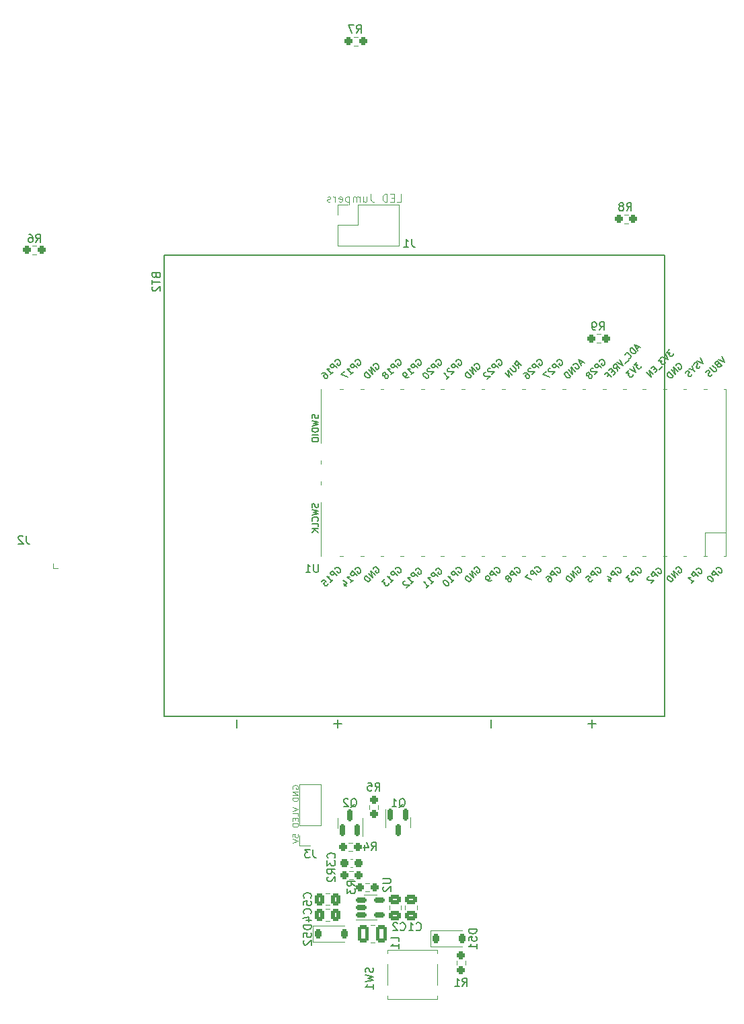
<source format=gbr>
%TF.GenerationSoftware,KiCad,Pcbnew,7.0.9*%
%TF.CreationDate,2023-12-28T12:53:37-06:00*%
%TF.ProjectId,bsidesPR,62736964-6573-4505-922e-6b696361645f,rev?*%
%TF.SameCoordinates,Original*%
%TF.FileFunction,Legend,Bot*%
%TF.FilePolarity,Positive*%
%FSLAX46Y46*%
G04 Gerber Fmt 4.6, Leading zero omitted, Abs format (unit mm)*
G04 Created by KiCad (PCBNEW 7.0.9) date 2023-12-28 12:53:37*
%MOMM*%
%LPD*%
G01*
G04 APERTURE LIST*
G04 Aperture macros list*
%AMRoundRect*
0 Rectangle with rounded corners*
0 $1 Rounding radius*
0 $2 $3 $4 $5 $6 $7 $8 $9 X,Y pos of 4 corners*
0 Add a 4 corners polygon primitive as box body*
4,1,4,$2,$3,$4,$5,$6,$7,$8,$9,$2,$3,0*
0 Add four circle primitives for the rounded corners*
1,1,$1+$1,$2,$3*
1,1,$1+$1,$4,$5*
1,1,$1+$1,$6,$7*
1,1,$1+$1,$8,$9*
0 Add four rect primitives between the rounded corners*
20,1,$1+$1,$2,$3,$4,$5,0*
20,1,$1+$1,$4,$5,$6,$7,0*
20,1,$1+$1,$6,$7,$8,$9,0*
20,1,$1+$1,$8,$9,$2,$3,0*%
G04 Aperture macros list end*
%ADD10C,0.100000*%
%ADD11C,0.150000*%
%ADD12C,0.120000*%
%ADD13C,0.127000*%
%ADD14RoundRect,0.250000X0.475000X-0.337500X0.475000X0.337500X-0.475000X0.337500X-0.475000X-0.337500X0*%
%ADD15RoundRect,0.237500X-0.250000X-0.237500X0.250000X-0.237500X0.250000X0.237500X-0.250000X0.237500X0*%
%ADD16RoundRect,0.250000X-0.337500X-0.475000X0.337500X-0.475000X0.337500X0.475000X-0.337500X0.475000X0*%
%ADD17R,1.700000X1.700000*%
%ADD18O,1.700000X1.700000*%
%ADD19R,3.500000X1.700000*%
%ADD20R,1.700000X3.500000*%
%ADD21O,1.800000X1.800000*%
%ADD22O,1.500000X1.500000*%
%ADD23RoundRect,0.225000X-0.225000X-0.375000X0.225000X-0.375000X0.225000X0.375000X-0.225000X0.375000X0*%
%ADD24RoundRect,0.150000X0.150000X-0.587500X0.150000X0.587500X-0.150000X0.587500X-0.150000X-0.587500X0*%
%ADD25RoundRect,0.150000X-0.150000X0.587500X-0.150000X-0.587500X0.150000X-0.587500X0.150000X0.587500X0*%
%ADD26C,2.374900*%
%ADD27C,0.990600*%
%ADD28C,0.787400*%
%ADD29RoundRect,0.237500X-0.237500X0.250000X-0.237500X-0.250000X0.237500X-0.250000X0.237500X0.250000X0*%
%ADD30C,1.734000*%
%ADD31R,2.750000X1.000000*%
%ADD32RoundRect,0.237500X0.250000X0.237500X-0.250000X0.237500X-0.250000X-0.237500X0.250000X-0.237500X0*%
%ADD33RoundRect,0.237500X-0.300000X-0.237500X0.300000X-0.237500X0.300000X0.237500X-0.300000X0.237500X0*%
%ADD34RoundRect,0.250001X0.462499X0.849999X-0.462499X0.849999X-0.462499X-0.849999X0.462499X-0.849999X0*%
%ADD35RoundRect,0.237500X0.237500X-0.250000X0.237500X0.250000X-0.237500X0.250000X-0.237500X-0.250000X0*%
%ADD36RoundRect,0.150000X-0.512500X-0.150000X0.512500X-0.150000X0.512500X0.150000X-0.512500X0.150000X0*%
G04 APERTURE END LIST*
D10*
X77288728Y-150637217D02*
X77253014Y-150565789D01*
X77253014Y-150565789D02*
X77253014Y-150458646D01*
X77253014Y-150458646D02*
X77288728Y-150351503D01*
X77288728Y-150351503D02*
X77360157Y-150280074D01*
X77360157Y-150280074D02*
X77431585Y-150244360D01*
X77431585Y-150244360D02*
X77574442Y-150208646D01*
X77574442Y-150208646D02*
X77681585Y-150208646D01*
X77681585Y-150208646D02*
X77824442Y-150244360D01*
X77824442Y-150244360D02*
X77895871Y-150280074D01*
X77895871Y-150280074D02*
X77967300Y-150351503D01*
X77967300Y-150351503D02*
X78003014Y-150458646D01*
X78003014Y-150458646D02*
X78003014Y-150530074D01*
X78003014Y-150530074D02*
X77967300Y-150637217D01*
X77967300Y-150637217D02*
X77931585Y-150672931D01*
X77931585Y-150672931D02*
X77681585Y-150672931D01*
X77681585Y-150672931D02*
X77681585Y-150530074D01*
X78003014Y-150994360D02*
X77253014Y-150994360D01*
X77253014Y-150994360D02*
X78003014Y-151422931D01*
X78003014Y-151422931D02*
X77253014Y-151422931D01*
X78003014Y-151780074D02*
X77253014Y-151780074D01*
X77253014Y-151780074D02*
X77253014Y-151958645D01*
X77253014Y-151958645D02*
X77288728Y-152065788D01*
X77288728Y-152065788D02*
X77360157Y-152137217D01*
X77360157Y-152137217D02*
X77431585Y-152172931D01*
X77431585Y-152172931D02*
X77574442Y-152208645D01*
X77574442Y-152208645D02*
X77681585Y-152208645D01*
X77681585Y-152208645D02*
X77824442Y-152172931D01*
X77824442Y-152172931D02*
X77895871Y-152137217D01*
X77895871Y-152137217D02*
X77967300Y-152065788D01*
X77967300Y-152065788D02*
X78003014Y-151958645D01*
X78003014Y-151958645D02*
X78003014Y-151780074D01*
X77253014Y-152994360D02*
X78003014Y-153244360D01*
X78003014Y-153244360D02*
X77253014Y-153494360D01*
X78003014Y-154101503D02*
X78003014Y-153744360D01*
X78003014Y-153744360D02*
X77253014Y-153744360D01*
X77610157Y-154351503D02*
X77610157Y-154601503D01*
X78003014Y-154708646D02*
X78003014Y-154351503D01*
X78003014Y-154351503D02*
X77253014Y-154351503D01*
X77253014Y-154351503D02*
X77253014Y-154708646D01*
X78003014Y-155030074D02*
X77253014Y-155030074D01*
X77253014Y-155030074D02*
X77253014Y-155208645D01*
X77253014Y-155208645D02*
X77288728Y-155315788D01*
X77288728Y-155315788D02*
X77360157Y-155387217D01*
X77360157Y-155387217D02*
X77431585Y-155422931D01*
X77431585Y-155422931D02*
X77574442Y-155458645D01*
X77574442Y-155458645D02*
X77681585Y-155458645D01*
X77681585Y-155458645D02*
X77824442Y-155422931D01*
X77824442Y-155422931D02*
X77895871Y-155387217D01*
X77895871Y-155387217D02*
X77967300Y-155315788D01*
X77967300Y-155315788D02*
X78003014Y-155208645D01*
X78003014Y-155208645D02*
X78003014Y-155030074D01*
X77253014Y-156708646D02*
X77253014Y-156351503D01*
X77253014Y-156351503D02*
X77610157Y-156315789D01*
X77610157Y-156315789D02*
X77574442Y-156351503D01*
X77574442Y-156351503D02*
X77538728Y-156422932D01*
X77538728Y-156422932D02*
X77538728Y-156601503D01*
X77538728Y-156601503D02*
X77574442Y-156672932D01*
X77574442Y-156672932D02*
X77610157Y-156708646D01*
X77610157Y-156708646D02*
X77681585Y-156744360D01*
X77681585Y-156744360D02*
X77860157Y-156744360D01*
X77860157Y-156744360D02*
X77931585Y-156708646D01*
X77931585Y-156708646D02*
X77967300Y-156672932D01*
X77967300Y-156672932D02*
X78003014Y-156601503D01*
X78003014Y-156601503D02*
X78003014Y-156422932D01*
X78003014Y-156422932D02*
X77967300Y-156351503D01*
X77967300Y-156351503D02*
X77931585Y-156315789D01*
X77253014Y-156958646D02*
X78003014Y-157208646D01*
X78003014Y-157208646D02*
X77253014Y-157458646D01*
X90405925Y-76834419D02*
X90882115Y-76834419D01*
X90882115Y-76834419D02*
X90882115Y-75834419D01*
X90072591Y-76310609D02*
X89739258Y-76310609D01*
X89596401Y-76834419D02*
X90072591Y-76834419D01*
X90072591Y-76834419D02*
X90072591Y-75834419D01*
X90072591Y-75834419D02*
X89596401Y-75834419D01*
X89167829Y-76834419D02*
X89167829Y-75834419D01*
X89167829Y-75834419D02*
X88929734Y-75834419D01*
X88929734Y-75834419D02*
X88786877Y-75882038D01*
X88786877Y-75882038D02*
X88691639Y-75977276D01*
X88691639Y-75977276D02*
X88644020Y-76072514D01*
X88644020Y-76072514D02*
X88596401Y-76262990D01*
X88596401Y-76262990D02*
X88596401Y-76405847D01*
X88596401Y-76405847D02*
X88644020Y-76596323D01*
X88644020Y-76596323D02*
X88691639Y-76691561D01*
X88691639Y-76691561D02*
X88786877Y-76786800D01*
X88786877Y-76786800D02*
X88929734Y-76834419D01*
X88929734Y-76834419D02*
X89167829Y-76834419D01*
X87120210Y-75834419D02*
X87120210Y-76548704D01*
X87120210Y-76548704D02*
X87167829Y-76691561D01*
X87167829Y-76691561D02*
X87263067Y-76786800D01*
X87263067Y-76786800D02*
X87405924Y-76834419D01*
X87405924Y-76834419D02*
X87501162Y-76834419D01*
X86215448Y-76167752D02*
X86215448Y-76834419D01*
X86644019Y-76167752D02*
X86644019Y-76691561D01*
X86644019Y-76691561D02*
X86596400Y-76786800D01*
X86596400Y-76786800D02*
X86501162Y-76834419D01*
X86501162Y-76834419D02*
X86358305Y-76834419D01*
X86358305Y-76834419D02*
X86263067Y-76786800D01*
X86263067Y-76786800D02*
X86215448Y-76739180D01*
X85739257Y-76834419D02*
X85739257Y-76167752D01*
X85739257Y-76262990D02*
X85691638Y-76215371D01*
X85691638Y-76215371D02*
X85596400Y-76167752D01*
X85596400Y-76167752D02*
X85453543Y-76167752D01*
X85453543Y-76167752D02*
X85358305Y-76215371D01*
X85358305Y-76215371D02*
X85310686Y-76310609D01*
X85310686Y-76310609D02*
X85310686Y-76834419D01*
X85310686Y-76310609D02*
X85263067Y-76215371D01*
X85263067Y-76215371D02*
X85167829Y-76167752D01*
X85167829Y-76167752D02*
X85024972Y-76167752D01*
X85024972Y-76167752D02*
X84929733Y-76215371D01*
X84929733Y-76215371D02*
X84882114Y-76310609D01*
X84882114Y-76310609D02*
X84882114Y-76834419D01*
X84405924Y-76167752D02*
X84405924Y-77167752D01*
X84405924Y-76215371D02*
X84310686Y-76167752D01*
X84310686Y-76167752D02*
X84120210Y-76167752D01*
X84120210Y-76167752D02*
X84024972Y-76215371D01*
X84024972Y-76215371D02*
X83977353Y-76262990D01*
X83977353Y-76262990D02*
X83929734Y-76358228D01*
X83929734Y-76358228D02*
X83929734Y-76643942D01*
X83929734Y-76643942D02*
X83977353Y-76739180D01*
X83977353Y-76739180D02*
X84024972Y-76786800D01*
X84024972Y-76786800D02*
X84120210Y-76834419D01*
X84120210Y-76834419D02*
X84310686Y-76834419D01*
X84310686Y-76834419D02*
X84405924Y-76786800D01*
X83120210Y-76786800D02*
X83215448Y-76834419D01*
X83215448Y-76834419D02*
X83405924Y-76834419D01*
X83405924Y-76834419D02*
X83501162Y-76786800D01*
X83501162Y-76786800D02*
X83548781Y-76691561D01*
X83548781Y-76691561D02*
X83548781Y-76310609D01*
X83548781Y-76310609D02*
X83501162Y-76215371D01*
X83501162Y-76215371D02*
X83405924Y-76167752D01*
X83405924Y-76167752D02*
X83215448Y-76167752D01*
X83215448Y-76167752D02*
X83120210Y-76215371D01*
X83120210Y-76215371D02*
X83072591Y-76310609D01*
X83072591Y-76310609D02*
X83072591Y-76405847D01*
X83072591Y-76405847D02*
X83548781Y-76501085D01*
X82644019Y-76834419D02*
X82644019Y-76167752D01*
X82644019Y-76358228D02*
X82596400Y-76262990D01*
X82596400Y-76262990D02*
X82548781Y-76215371D01*
X82548781Y-76215371D02*
X82453543Y-76167752D01*
X82453543Y-76167752D02*
X82358305Y-76167752D01*
X82072590Y-76786800D02*
X81977352Y-76834419D01*
X81977352Y-76834419D02*
X81786876Y-76834419D01*
X81786876Y-76834419D02*
X81691638Y-76786800D01*
X81691638Y-76786800D02*
X81644019Y-76691561D01*
X81644019Y-76691561D02*
X81644019Y-76643942D01*
X81644019Y-76643942D02*
X81691638Y-76548704D01*
X81691638Y-76548704D02*
X81786876Y-76501085D01*
X81786876Y-76501085D02*
X81929733Y-76501085D01*
X81929733Y-76501085D02*
X82024971Y-76453466D01*
X82024971Y-76453466D02*
X82072590Y-76358228D01*
X82072590Y-76358228D02*
X82072590Y-76310609D01*
X82072590Y-76310609D02*
X82024971Y-76215371D01*
X82024971Y-76215371D02*
X81929733Y-76167752D01*
X81929733Y-76167752D02*
X81786876Y-76167752D01*
X81786876Y-76167752D02*
X81691638Y-76215371D01*
D11*
X90862686Y-168380864D02*
X90910305Y-168428484D01*
X90910305Y-168428484D02*
X91053162Y-168476103D01*
X91053162Y-168476103D02*
X91148400Y-168476103D01*
X91148400Y-168476103D02*
X91291257Y-168428484D01*
X91291257Y-168428484D02*
X91386495Y-168333245D01*
X91386495Y-168333245D02*
X91434114Y-168238007D01*
X91434114Y-168238007D02*
X91481733Y-168047531D01*
X91481733Y-168047531D02*
X91481733Y-167904674D01*
X91481733Y-167904674D02*
X91434114Y-167714198D01*
X91434114Y-167714198D02*
X91386495Y-167618960D01*
X91386495Y-167618960D02*
X91291257Y-167523722D01*
X91291257Y-167523722D02*
X91148400Y-167476103D01*
X91148400Y-167476103D02*
X91053162Y-167476103D01*
X91053162Y-167476103D02*
X90910305Y-167523722D01*
X90910305Y-167523722D02*
X90862686Y-167571341D01*
X90481733Y-167571341D02*
X90434114Y-167523722D01*
X90434114Y-167523722D02*
X90338876Y-167476103D01*
X90338876Y-167476103D02*
X90100781Y-167476103D01*
X90100781Y-167476103D02*
X90005543Y-167523722D01*
X90005543Y-167523722D02*
X89957924Y-167571341D01*
X89957924Y-167571341D02*
X89910305Y-167666579D01*
X89910305Y-167666579D02*
X89910305Y-167761817D01*
X89910305Y-167761817D02*
X89957924Y-167904674D01*
X89957924Y-167904674D02*
X90529352Y-168476103D01*
X90529352Y-168476103D02*
X89910305Y-168476103D01*
X85150839Y-162854617D02*
X84674648Y-162521284D01*
X85150839Y-162283189D02*
X84150839Y-162283189D01*
X84150839Y-162283189D02*
X84150839Y-162664141D01*
X84150839Y-162664141D02*
X84198458Y-162759379D01*
X84198458Y-162759379D02*
X84246077Y-162806998D01*
X84246077Y-162806998D02*
X84341315Y-162854617D01*
X84341315Y-162854617D02*
X84484172Y-162854617D01*
X84484172Y-162854617D02*
X84579410Y-162806998D01*
X84579410Y-162806998D02*
X84627029Y-162759379D01*
X84627029Y-162759379D02*
X84674648Y-162664141D01*
X84674648Y-162664141D02*
X84674648Y-162283189D01*
X84150839Y-163187951D02*
X84150839Y-163806998D01*
X84150839Y-163806998D02*
X84531791Y-163473665D01*
X84531791Y-163473665D02*
X84531791Y-163616522D01*
X84531791Y-163616522D02*
X84579410Y-163711760D01*
X84579410Y-163711760D02*
X84627029Y-163759379D01*
X84627029Y-163759379D02*
X84722267Y-163806998D01*
X84722267Y-163806998D02*
X84960362Y-163806998D01*
X84960362Y-163806998D02*
X85055600Y-163759379D01*
X85055600Y-163759379D02*
X85103220Y-163711760D01*
X85103220Y-163711760D02*
X85150839Y-163616522D01*
X85150839Y-163616522D02*
X85150839Y-163330808D01*
X85150839Y-163330808D02*
X85103220Y-163235570D01*
X85103220Y-163235570D02*
X85055600Y-163187951D01*
X79555600Y-166354617D02*
X79603220Y-166306998D01*
X79603220Y-166306998D02*
X79650839Y-166164141D01*
X79650839Y-166164141D02*
X79650839Y-166068903D01*
X79650839Y-166068903D02*
X79603220Y-165926046D01*
X79603220Y-165926046D02*
X79507981Y-165830808D01*
X79507981Y-165830808D02*
X79412743Y-165783189D01*
X79412743Y-165783189D02*
X79222267Y-165735570D01*
X79222267Y-165735570D02*
X79079410Y-165735570D01*
X79079410Y-165735570D02*
X78888934Y-165783189D01*
X78888934Y-165783189D02*
X78793696Y-165830808D01*
X78793696Y-165830808D02*
X78698458Y-165926046D01*
X78698458Y-165926046D02*
X78650839Y-166068903D01*
X78650839Y-166068903D02*
X78650839Y-166164141D01*
X78650839Y-166164141D02*
X78698458Y-166306998D01*
X78698458Y-166306998D02*
X78746077Y-166354617D01*
X78984172Y-167211760D02*
X79650839Y-167211760D01*
X78603220Y-166973665D02*
X79317505Y-166735570D01*
X79317505Y-166735570D02*
X79317505Y-167354617D01*
X79833333Y-158284819D02*
X79833333Y-158999104D01*
X79833333Y-158999104D02*
X79880952Y-159141961D01*
X79880952Y-159141961D02*
X79976190Y-159237200D01*
X79976190Y-159237200D02*
X80119047Y-159284819D01*
X80119047Y-159284819D02*
X80214285Y-159284819D01*
X79452380Y-158284819D02*
X78833333Y-158284819D01*
X78833333Y-158284819D02*
X79166666Y-158665771D01*
X79166666Y-158665771D02*
X79023809Y-158665771D01*
X79023809Y-158665771D02*
X78928571Y-158713390D01*
X78928571Y-158713390D02*
X78880952Y-158761009D01*
X78880952Y-158761009D02*
X78833333Y-158856247D01*
X78833333Y-158856247D02*
X78833333Y-159094342D01*
X78833333Y-159094342D02*
X78880952Y-159189580D01*
X78880952Y-159189580D02*
X78928571Y-159237200D01*
X78928571Y-159237200D02*
X79023809Y-159284819D01*
X79023809Y-159284819D02*
X79309523Y-159284819D01*
X79309523Y-159284819D02*
X79404761Y-159237200D01*
X79404761Y-159237200D02*
X79452380Y-159189580D01*
X82650839Y-161354617D02*
X82174648Y-161021284D01*
X82650839Y-160783189D02*
X81650839Y-160783189D01*
X81650839Y-160783189D02*
X81650839Y-161164141D01*
X81650839Y-161164141D02*
X81698458Y-161259379D01*
X81698458Y-161259379D02*
X81746077Y-161306998D01*
X81746077Y-161306998D02*
X81841315Y-161354617D01*
X81841315Y-161354617D02*
X81984172Y-161354617D01*
X81984172Y-161354617D02*
X82079410Y-161306998D01*
X82079410Y-161306998D02*
X82127029Y-161259379D01*
X82127029Y-161259379D02*
X82174648Y-161164141D01*
X82174648Y-161164141D02*
X82174648Y-160783189D01*
X81746077Y-161735570D02*
X81698458Y-161783189D01*
X81698458Y-161783189D02*
X81650839Y-161878427D01*
X81650839Y-161878427D02*
X81650839Y-162116522D01*
X81650839Y-162116522D02*
X81698458Y-162211760D01*
X81698458Y-162211760D02*
X81746077Y-162259379D01*
X81746077Y-162259379D02*
X81841315Y-162306998D01*
X81841315Y-162306998D02*
X81936553Y-162306998D01*
X81936553Y-162306998D02*
X82079410Y-162259379D01*
X82079410Y-162259379D02*
X82650839Y-161687951D01*
X82650839Y-161687951D02*
X82650839Y-162306998D01*
X80517904Y-122390819D02*
X80517904Y-123200342D01*
X80517904Y-123200342D02*
X80470285Y-123295580D01*
X80470285Y-123295580D02*
X80422666Y-123343200D01*
X80422666Y-123343200D02*
X80327428Y-123390819D01*
X80327428Y-123390819D02*
X80136952Y-123390819D01*
X80136952Y-123390819D02*
X80041714Y-123343200D01*
X80041714Y-123343200D02*
X79994095Y-123295580D01*
X79994095Y-123295580D02*
X79946476Y-123200342D01*
X79946476Y-123200342D02*
X79946476Y-122390819D01*
X78946476Y-123390819D02*
X79517904Y-123390819D01*
X79232190Y-123390819D02*
X79232190Y-122390819D01*
X79232190Y-122390819D02*
X79327428Y-122533676D01*
X79327428Y-122533676D02*
X79422666Y-122628914D01*
X79422666Y-122628914D02*
X79517904Y-122676533D01*
X80469200Y-103604761D02*
X80507295Y-103719047D01*
X80507295Y-103719047D02*
X80507295Y-103909523D01*
X80507295Y-103909523D02*
X80469200Y-103985714D01*
X80469200Y-103985714D02*
X80431104Y-104023809D01*
X80431104Y-104023809D02*
X80354914Y-104061904D01*
X80354914Y-104061904D02*
X80278723Y-104061904D01*
X80278723Y-104061904D02*
X80202533Y-104023809D01*
X80202533Y-104023809D02*
X80164438Y-103985714D01*
X80164438Y-103985714D02*
X80126342Y-103909523D01*
X80126342Y-103909523D02*
X80088247Y-103757142D01*
X80088247Y-103757142D02*
X80050152Y-103680952D01*
X80050152Y-103680952D02*
X80012057Y-103642857D01*
X80012057Y-103642857D02*
X79935866Y-103604761D01*
X79935866Y-103604761D02*
X79859676Y-103604761D01*
X79859676Y-103604761D02*
X79783485Y-103642857D01*
X79783485Y-103642857D02*
X79745390Y-103680952D01*
X79745390Y-103680952D02*
X79707295Y-103757142D01*
X79707295Y-103757142D02*
X79707295Y-103947619D01*
X79707295Y-103947619D02*
X79745390Y-104061904D01*
X79707295Y-104328571D02*
X80507295Y-104519047D01*
X80507295Y-104519047D02*
X79935866Y-104671428D01*
X79935866Y-104671428D02*
X80507295Y-104823809D01*
X80507295Y-104823809D02*
X79707295Y-105014286D01*
X80507295Y-105319048D02*
X79707295Y-105319048D01*
X79707295Y-105319048D02*
X79707295Y-105509524D01*
X79707295Y-105509524D02*
X79745390Y-105623810D01*
X79745390Y-105623810D02*
X79821580Y-105700000D01*
X79821580Y-105700000D02*
X79897771Y-105738095D01*
X79897771Y-105738095D02*
X80050152Y-105776191D01*
X80050152Y-105776191D02*
X80164438Y-105776191D01*
X80164438Y-105776191D02*
X80316819Y-105738095D01*
X80316819Y-105738095D02*
X80393009Y-105700000D01*
X80393009Y-105700000D02*
X80469200Y-105623810D01*
X80469200Y-105623810D02*
X80507295Y-105509524D01*
X80507295Y-105509524D02*
X80507295Y-105319048D01*
X80507295Y-106119048D02*
X79707295Y-106119048D01*
X79707295Y-106652381D02*
X79707295Y-106804762D01*
X79707295Y-106804762D02*
X79745390Y-106880952D01*
X79745390Y-106880952D02*
X79821580Y-106957143D01*
X79821580Y-106957143D02*
X79973961Y-106995238D01*
X79973961Y-106995238D02*
X80240628Y-106995238D01*
X80240628Y-106995238D02*
X80393009Y-106957143D01*
X80393009Y-106957143D02*
X80469200Y-106880952D01*
X80469200Y-106880952D02*
X80507295Y-106804762D01*
X80507295Y-106804762D02*
X80507295Y-106652381D01*
X80507295Y-106652381D02*
X80469200Y-106576190D01*
X80469200Y-106576190D02*
X80393009Y-106500000D01*
X80393009Y-106500000D02*
X80240628Y-106461904D01*
X80240628Y-106461904D02*
X79973961Y-106461904D01*
X79973961Y-106461904D02*
X79821580Y-106500000D01*
X79821580Y-106500000D02*
X79745390Y-106576190D01*
X79745390Y-106576190D02*
X79707295Y-106652381D01*
X102925868Y-96889998D02*
X102952805Y-96809185D01*
X102952805Y-96809185D02*
X103033618Y-96728373D01*
X103033618Y-96728373D02*
X103141367Y-96674498D01*
X103141367Y-96674498D02*
X103249117Y-96674498D01*
X103249117Y-96674498D02*
X103329929Y-96701436D01*
X103329929Y-96701436D02*
X103464616Y-96782248D01*
X103464616Y-96782248D02*
X103545428Y-96863060D01*
X103545428Y-96863060D02*
X103626241Y-96997747D01*
X103626241Y-96997747D02*
X103653178Y-97078560D01*
X103653178Y-97078560D02*
X103653178Y-97186309D01*
X103653178Y-97186309D02*
X103599303Y-97294059D01*
X103599303Y-97294059D02*
X103545428Y-97347934D01*
X103545428Y-97347934D02*
X103437679Y-97401808D01*
X103437679Y-97401808D02*
X103383804Y-97401808D01*
X103383804Y-97401808D02*
X103195242Y-97213247D01*
X103195242Y-97213247D02*
X103302992Y-97105497D01*
X103195242Y-97698120D02*
X102629557Y-97132434D01*
X102629557Y-97132434D02*
X102414057Y-97347934D01*
X102414057Y-97347934D02*
X102387120Y-97428746D01*
X102387120Y-97428746D02*
X102387120Y-97482621D01*
X102387120Y-97482621D02*
X102414057Y-97563433D01*
X102414057Y-97563433D02*
X102494870Y-97644245D01*
X102494870Y-97644245D02*
X102575682Y-97671182D01*
X102575682Y-97671182D02*
X102629557Y-97671182D01*
X102629557Y-97671182D02*
X102710369Y-97644245D01*
X102710369Y-97644245D02*
X102925868Y-97428746D01*
X102144683Y-97725057D02*
X102090809Y-97725057D01*
X102090809Y-97725057D02*
X102009996Y-97751995D01*
X102009996Y-97751995D02*
X101875309Y-97886682D01*
X101875309Y-97886682D02*
X101848372Y-97967494D01*
X101848372Y-97967494D02*
X101848372Y-98021369D01*
X101848372Y-98021369D02*
X101875309Y-98102181D01*
X101875309Y-98102181D02*
X101929184Y-98156056D01*
X101929184Y-98156056D02*
X102036934Y-98209930D01*
X102036934Y-98209930D02*
X102683431Y-98209930D01*
X102683431Y-98209930D02*
X102333245Y-98560117D01*
X101605935Y-98263805D02*
X101552060Y-98263805D01*
X101552060Y-98263805D02*
X101471248Y-98290743D01*
X101471248Y-98290743D02*
X101336561Y-98425430D01*
X101336561Y-98425430D02*
X101309624Y-98506242D01*
X101309624Y-98506242D02*
X101309624Y-98560117D01*
X101309624Y-98560117D02*
X101336561Y-98640929D01*
X101336561Y-98640929D02*
X101390436Y-98694804D01*
X101390436Y-98694804D02*
X101498186Y-98748679D01*
X101498186Y-98748679D02*
X102144683Y-98748679D01*
X102144683Y-98748679D02*
X101794497Y-99098865D01*
X85145868Y-123043998D02*
X85172805Y-122963185D01*
X85172805Y-122963185D02*
X85253618Y-122882373D01*
X85253618Y-122882373D02*
X85361367Y-122828498D01*
X85361367Y-122828498D02*
X85469117Y-122828498D01*
X85469117Y-122828498D02*
X85549929Y-122855436D01*
X85549929Y-122855436D02*
X85684616Y-122936248D01*
X85684616Y-122936248D02*
X85765428Y-123017060D01*
X85765428Y-123017060D02*
X85846241Y-123151747D01*
X85846241Y-123151747D02*
X85873178Y-123232560D01*
X85873178Y-123232560D02*
X85873178Y-123340309D01*
X85873178Y-123340309D02*
X85819303Y-123448059D01*
X85819303Y-123448059D02*
X85765428Y-123501934D01*
X85765428Y-123501934D02*
X85657679Y-123555808D01*
X85657679Y-123555808D02*
X85603804Y-123555808D01*
X85603804Y-123555808D02*
X85415242Y-123367247D01*
X85415242Y-123367247D02*
X85522992Y-123259497D01*
X85415242Y-123852120D02*
X84849557Y-123286434D01*
X84849557Y-123286434D02*
X84634057Y-123501934D01*
X84634057Y-123501934D02*
X84607120Y-123582746D01*
X84607120Y-123582746D02*
X84607120Y-123636621D01*
X84607120Y-123636621D02*
X84634057Y-123717433D01*
X84634057Y-123717433D02*
X84714870Y-123798245D01*
X84714870Y-123798245D02*
X84795682Y-123825182D01*
X84795682Y-123825182D02*
X84849557Y-123825182D01*
X84849557Y-123825182D02*
X84930369Y-123798245D01*
X84930369Y-123798245D02*
X85145868Y-123582746D01*
X84553245Y-124714117D02*
X84876494Y-124390868D01*
X84714870Y-124552492D02*
X84149184Y-123986807D01*
X84149184Y-123986807D02*
X84283871Y-124013744D01*
X84283871Y-124013744D02*
X84391621Y-124013744D01*
X84391621Y-124013744D02*
X84472433Y-123986807D01*
X83691248Y-124821866D02*
X84068372Y-125198990D01*
X83610436Y-124471680D02*
X84149184Y-124741054D01*
X84149184Y-124741054D02*
X83798998Y-125091240D01*
X105748710Y-97738651D02*
X105667898Y-97280716D01*
X106071959Y-97415403D02*
X105506274Y-96849717D01*
X105506274Y-96849717D02*
X105290775Y-97065216D01*
X105290775Y-97065216D02*
X105263837Y-97146029D01*
X105263837Y-97146029D02*
X105263837Y-97199903D01*
X105263837Y-97199903D02*
X105290775Y-97280716D01*
X105290775Y-97280716D02*
X105371587Y-97361528D01*
X105371587Y-97361528D02*
X105452399Y-97388465D01*
X105452399Y-97388465D02*
X105506274Y-97388465D01*
X105506274Y-97388465D02*
X105587086Y-97361528D01*
X105587086Y-97361528D02*
X105802585Y-97146029D01*
X104940588Y-97415403D02*
X105398524Y-97873338D01*
X105398524Y-97873338D02*
X105425462Y-97954151D01*
X105425462Y-97954151D02*
X105425462Y-98008025D01*
X105425462Y-98008025D02*
X105398524Y-98088838D01*
X105398524Y-98088838D02*
X105290775Y-98196587D01*
X105290775Y-98196587D02*
X105209962Y-98223525D01*
X105209962Y-98223525D02*
X105156088Y-98223525D01*
X105156088Y-98223525D02*
X105075275Y-98196587D01*
X105075275Y-98196587D02*
X104617340Y-97738651D01*
X104913651Y-98573711D02*
X104347966Y-98008025D01*
X104347966Y-98008025D02*
X104590402Y-98896959D01*
X104590402Y-98896959D02*
X104024717Y-98331274D01*
X128066494Y-123113372D02*
X128093431Y-123032560D01*
X128093431Y-123032560D02*
X128174243Y-122951748D01*
X128174243Y-122951748D02*
X128281993Y-122897873D01*
X128281993Y-122897873D02*
X128389742Y-122897873D01*
X128389742Y-122897873D02*
X128470555Y-122924810D01*
X128470555Y-122924810D02*
X128605242Y-123005623D01*
X128605242Y-123005623D02*
X128686054Y-123086435D01*
X128686054Y-123086435D02*
X128766866Y-123221122D01*
X128766866Y-123221122D02*
X128793803Y-123301934D01*
X128793803Y-123301934D02*
X128793803Y-123409684D01*
X128793803Y-123409684D02*
X128739929Y-123517433D01*
X128739929Y-123517433D02*
X128686054Y-123571308D01*
X128686054Y-123571308D02*
X128578304Y-123625183D01*
X128578304Y-123625183D02*
X128524429Y-123625183D01*
X128524429Y-123625183D02*
X128335868Y-123436621D01*
X128335868Y-123436621D02*
X128443617Y-123328871D01*
X128335868Y-123921494D02*
X127770182Y-123355809D01*
X127770182Y-123355809D02*
X127554683Y-123571308D01*
X127554683Y-123571308D02*
X127527746Y-123652120D01*
X127527746Y-123652120D02*
X127527746Y-123705995D01*
X127527746Y-123705995D02*
X127554683Y-123786807D01*
X127554683Y-123786807D02*
X127635495Y-123867619D01*
X127635495Y-123867619D02*
X127716307Y-123894557D01*
X127716307Y-123894557D02*
X127770182Y-123894557D01*
X127770182Y-123894557D02*
X127850994Y-123867619D01*
X127850994Y-123867619D02*
X128066494Y-123652120D01*
X127473871Y-124783491D02*
X127797120Y-124460242D01*
X127635495Y-124621867D02*
X127069810Y-124056181D01*
X127069810Y-124056181D02*
X127204497Y-124083119D01*
X127204497Y-124083119D02*
X127312246Y-124083119D01*
X127312246Y-124083119D02*
X127393059Y-124056181D01*
X100143431Y-97386435D02*
X100170368Y-97305623D01*
X100170368Y-97305623D02*
X100251180Y-97224811D01*
X100251180Y-97224811D02*
X100358930Y-97170936D01*
X100358930Y-97170936D02*
X100466680Y-97170936D01*
X100466680Y-97170936D02*
X100547492Y-97197873D01*
X100547492Y-97197873D02*
X100682179Y-97278685D01*
X100682179Y-97278685D02*
X100762991Y-97359498D01*
X100762991Y-97359498D02*
X100843803Y-97494185D01*
X100843803Y-97494185D02*
X100870741Y-97574997D01*
X100870741Y-97574997D02*
X100870741Y-97682746D01*
X100870741Y-97682746D02*
X100816866Y-97790496D01*
X100816866Y-97790496D02*
X100762991Y-97844371D01*
X100762991Y-97844371D02*
X100655241Y-97898246D01*
X100655241Y-97898246D02*
X100601367Y-97898246D01*
X100601367Y-97898246D02*
X100412805Y-97709684D01*
X100412805Y-97709684D02*
X100520554Y-97601934D01*
X100412805Y-98194557D02*
X99847119Y-97628872D01*
X99847119Y-97628872D02*
X100089556Y-98517806D01*
X100089556Y-98517806D02*
X99523871Y-97952120D01*
X99820182Y-98787180D02*
X99254497Y-98221494D01*
X99254497Y-98221494D02*
X99119810Y-98356181D01*
X99119810Y-98356181D02*
X99065935Y-98463931D01*
X99065935Y-98463931D02*
X99065935Y-98571680D01*
X99065935Y-98571680D02*
X99092872Y-98652493D01*
X99092872Y-98652493D02*
X99173685Y-98787180D01*
X99173685Y-98787180D02*
X99254497Y-98867992D01*
X99254497Y-98867992D02*
X99389184Y-98948804D01*
X99389184Y-98948804D02*
X99469996Y-98975741D01*
X99469996Y-98975741D02*
X99577746Y-98975741D01*
X99577746Y-98975741D02*
X99685495Y-98921867D01*
X99685495Y-98921867D02*
X99820182Y-98787180D01*
X87443431Y-97386435D02*
X87470368Y-97305623D01*
X87470368Y-97305623D02*
X87551180Y-97224811D01*
X87551180Y-97224811D02*
X87658930Y-97170936D01*
X87658930Y-97170936D02*
X87766680Y-97170936D01*
X87766680Y-97170936D02*
X87847492Y-97197873D01*
X87847492Y-97197873D02*
X87982179Y-97278685D01*
X87982179Y-97278685D02*
X88062991Y-97359498D01*
X88062991Y-97359498D02*
X88143803Y-97494185D01*
X88143803Y-97494185D02*
X88170741Y-97574997D01*
X88170741Y-97574997D02*
X88170741Y-97682746D01*
X88170741Y-97682746D02*
X88116866Y-97790496D01*
X88116866Y-97790496D02*
X88062991Y-97844371D01*
X88062991Y-97844371D02*
X87955241Y-97898246D01*
X87955241Y-97898246D02*
X87901367Y-97898246D01*
X87901367Y-97898246D02*
X87712805Y-97709684D01*
X87712805Y-97709684D02*
X87820554Y-97601934D01*
X87712805Y-98194557D02*
X87147119Y-97628872D01*
X87147119Y-97628872D02*
X87389556Y-98517806D01*
X87389556Y-98517806D02*
X86823871Y-97952120D01*
X87120182Y-98787180D02*
X86554497Y-98221494D01*
X86554497Y-98221494D02*
X86419810Y-98356181D01*
X86419810Y-98356181D02*
X86365935Y-98463931D01*
X86365935Y-98463931D02*
X86365935Y-98571680D01*
X86365935Y-98571680D02*
X86392872Y-98652493D01*
X86392872Y-98652493D02*
X86473685Y-98787180D01*
X86473685Y-98787180D02*
X86554497Y-98867992D01*
X86554497Y-98867992D02*
X86689184Y-98948804D01*
X86689184Y-98948804D02*
X86769996Y-98975741D01*
X86769996Y-98975741D02*
X86877746Y-98975741D01*
X86877746Y-98975741D02*
X86985495Y-98921867D01*
X86985495Y-98921867D02*
X87120182Y-98787180D01*
X112843431Y-122986435D02*
X112870368Y-122905623D01*
X112870368Y-122905623D02*
X112951180Y-122824811D01*
X112951180Y-122824811D02*
X113058930Y-122770936D01*
X113058930Y-122770936D02*
X113166680Y-122770936D01*
X113166680Y-122770936D02*
X113247492Y-122797873D01*
X113247492Y-122797873D02*
X113382179Y-122878685D01*
X113382179Y-122878685D02*
X113462991Y-122959498D01*
X113462991Y-122959498D02*
X113543803Y-123094185D01*
X113543803Y-123094185D02*
X113570741Y-123174997D01*
X113570741Y-123174997D02*
X113570741Y-123282746D01*
X113570741Y-123282746D02*
X113516866Y-123390496D01*
X113516866Y-123390496D02*
X113462991Y-123444371D01*
X113462991Y-123444371D02*
X113355241Y-123498246D01*
X113355241Y-123498246D02*
X113301367Y-123498246D01*
X113301367Y-123498246D02*
X113112805Y-123309684D01*
X113112805Y-123309684D02*
X113220554Y-123201934D01*
X113112805Y-123794557D02*
X112547119Y-123228872D01*
X112547119Y-123228872D02*
X112789556Y-124117806D01*
X112789556Y-124117806D02*
X112223871Y-123552120D01*
X112520182Y-124387180D02*
X111954497Y-123821494D01*
X111954497Y-123821494D02*
X111819810Y-123956181D01*
X111819810Y-123956181D02*
X111765935Y-124063931D01*
X111765935Y-124063931D02*
X111765935Y-124171680D01*
X111765935Y-124171680D02*
X111792872Y-124252493D01*
X111792872Y-124252493D02*
X111873685Y-124387180D01*
X111873685Y-124387180D02*
X111954497Y-124467992D01*
X111954497Y-124467992D02*
X112089184Y-124548804D01*
X112089184Y-124548804D02*
X112169996Y-124575741D01*
X112169996Y-124575741D02*
X112277746Y-124575741D01*
X112277746Y-124575741D02*
X112385495Y-124521867D01*
X112385495Y-124521867D02*
X112520182Y-124387180D01*
X122976494Y-123113372D02*
X123003431Y-123032560D01*
X123003431Y-123032560D02*
X123084243Y-122951748D01*
X123084243Y-122951748D02*
X123191993Y-122897873D01*
X123191993Y-122897873D02*
X123299742Y-122897873D01*
X123299742Y-122897873D02*
X123380555Y-122924810D01*
X123380555Y-122924810D02*
X123515242Y-123005623D01*
X123515242Y-123005623D02*
X123596054Y-123086435D01*
X123596054Y-123086435D02*
X123676866Y-123221122D01*
X123676866Y-123221122D02*
X123703803Y-123301934D01*
X123703803Y-123301934D02*
X123703803Y-123409684D01*
X123703803Y-123409684D02*
X123649929Y-123517433D01*
X123649929Y-123517433D02*
X123596054Y-123571308D01*
X123596054Y-123571308D02*
X123488304Y-123625183D01*
X123488304Y-123625183D02*
X123434429Y-123625183D01*
X123434429Y-123625183D02*
X123245868Y-123436621D01*
X123245868Y-123436621D02*
X123353617Y-123328871D01*
X123245868Y-123921494D02*
X122680182Y-123355809D01*
X122680182Y-123355809D02*
X122464683Y-123571308D01*
X122464683Y-123571308D02*
X122437746Y-123652120D01*
X122437746Y-123652120D02*
X122437746Y-123705995D01*
X122437746Y-123705995D02*
X122464683Y-123786807D01*
X122464683Y-123786807D02*
X122545495Y-123867619D01*
X122545495Y-123867619D02*
X122626307Y-123894557D01*
X122626307Y-123894557D02*
X122680182Y-123894557D01*
X122680182Y-123894557D02*
X122760994Y-123867619D01*
X122760994Y-123867619D02*
X122976494Y-123652120D01*
X122195309Y-123948432D02*
X122141434Y-123948432D01*
X122141434Y-123948432D02*
X122060622Y-123975369D01*
X122060622Y-123975369D02*
X121925935Y-124110056D01*
X121925935Y-124110056D02*
X121898998Y-124190868D01*
X121898998Y-124190868D02*
X121898998Y-124244743D01*
X121898998Y-124244743D02*
X121925935Y-124325555D01*
X121925935Y-124325555D02*
X121979810Y-124379430D01*
X121979810Y-124379430D02*
X122087559Y-124433305D01*
X122087559Y-124433305D02*
X122734057Y-124433305D01*
X122734057Y-124433305D02*
X122383871Y-124783491D01*
X108005868Y-96889998D02*
X108032805Y-96809185D01*
X108032805Y-96809185D02*
X108113618Y-96728373D01*
X108113618Y-96728373D02*
X108221367Y-96674498D01*
X108221367Y-96674498D02*
X108329117Y-96674498D01*
X108329117Y-96674498D02*
X108409929Y-96701436D01*
X108409929Y-96701436D02*
X108544616Y-96782248D01*
X108544616Y-96782248D02*
X108625428Y-96863060D01*
X108625428Y-96863060D02*
X108706241Y-96997747D01*
X108706241Y-96997747D02*
X108733178Y-97078560D01*
X108733178Y-97078560D02*
X108733178Y-97186309D01*
X108733178Y-97186309D02*
X108679303Y-97294059D01*
X108679303Y-97294059D02*
X108625428Y-97347934D01*
X108625428Y-97347934D02*
X108517679Y-97401808D01*
X108517679Y-97401808D02*
X108463804Y-97401808D01*
X108463804Y-97401808D02*
X108275242Y-97213247D01*
X108275242Y-97213247D02*
X108382992Y-97105497D01*
X108275242Y-97698120D02*
X107709557Y-97132434D01*
X107709557Y-97132434D02*
X107494057Y-97347934D01*
X107494057Y-97347934D02*
X107467120Y-97428746D01*
X107467120Y-97428746D02*
X107467120Y-97482621D01*
X107467120Y-97482621D02*
X107494057Y-97563433D01*
X107494057Y-97563433D02*
X107574870Y-97644245D01*
X107574870Y-97644245D02*
X107655682Y-97671182D01*
X107655682Y-97671182D02*
X107709557Y-97671182D01*
X107709557Y-97671182D02*
X107790369Y-97644245D01*
X107790369Y-97644245D02*
X108005868Y-97428746D01*
X107224683Y-97725057D02*
X107170809Y-97725057D01*
X107170809Y-97725057D02*
X107089996Y-97751995D01*
X107089996Y-97751995D02*
X106955309Y-97886682D01*
X106955309Y-97886682D02*
X106928372Y-97967494D01*
X106928372Y-97967494D02*
X106928372Y-98021369D01*
X106928372Y-98021369D02*
X106955309Y-98102181D01*
X106955309Y-98102181D02*
X107009184Y-98156056D01*
X107009184Y-98156056D02*
X107116934Y-98209930D01*
X107116934Y-98209930D02*
X107763431Y-98209930D01*
X107763431Y-98209930D02*
X107413245Y-98560117D01*
X106362686Y-98479305D02*
X106470436Y-98371555D01*
X106470436Y-98371555D02*
X106551248Y-98344618D01*
X106551248Y-98344618D02*
X106605123Y-98344618D01*
X106605123Y-98344618D02*
X106739810Y-98371555D01*
X106739810Y-98371555D02*
X106874497Y-98452367D01*
X106874497Y-98452367D02*
X107089996Y-98667866D01*
X107089996Y-98667866D02*
X107116934Y-98748679D01*
X107116934Y-98748679D02*
X107116934Y-98802553D01*
X107116934Y-98802553D02*
X107089996Y-98883366D01*
X107089996Y-98883366D02*
X106982247Y-98991115D01*
X106982247Y-98991115D02*
X106901434Y-99018053D01*
X106901434Y-99018053D02*
X106847560Y-99018053D01*
X106847560Y-99018053D02*
X106766747Y-98991115D01*
X106766747Y-98991115D02*
X106632060Y-98856428D01*
X106632060Y-98856428D02*
X106605123Y-98775616D01*
X106605123Y-98775616D02*
X106605123Y-98721741D01*
X106605123Y-98721741D02*
X106632060Y-98640929D01*
X106632060Y-98640929D02*
X106739810Y-98533179D01*
X106739810Y-98533179D02*
X106820622Y-98506242D01*
X106820622Y-98506242D02*
X106874497Y-98506242D01*
X106874497Y-98506242D02*
X106955309Y-98533179D01*
X97845868Y-122997998D02*
X97872805Y-122917185D01*
X97872805Y-122917185D02*
X97953618Y-122836373D01*
X97953618Y-122836373D02*
X98061367Y-122782498D01*
X98061367Y-122782498D02*
X98169117Y-122782498D01*
X98169117Y-122782498D02*
X98249929Y-122809436D01*
X98249929Y-122809436D02*
X98384616Y-122890248D01*
X98384616Y-122890248D02*
X98465428Y-122971060D01*
X98465428Y-122971060D02*
X98546241Y-123105747D01*
X98546241Y-123105747D02*
X98573178Y-123186560D01*
X98573178Y-123186560D02*
X98573178Y-123294309D01*
X98573178Y-123294309D02*
X98519303Y-123402059D01*
X98519303Y-123402059D02*
X98465428Y-123455934D01*
X98465428Y-123455934D02*
X98357679Y-123509808D01*
X98357679Y-123509808D02*
X98303804Y-123509808D01*
X98303804Y-123509808D02*
X98115242Y-123321247D01*
X98115242Y-123321247D02*
X98222992Y-123213497D01*
X98115242Y-123806120D02*
X97549557Y-123240434D01*
X97549557Y-123240434D02*
X97334057Y-123455934D01*
X97334057Y-123455934D02*
X97307120Y-123536746D01*
X97307120Y-123536746D02*
X97307120Y-123590621D01*
X97307120Y-123590621D02*
X97334057Y-123671433D01*
X97334057Y-123671433D02*
X97414870Y-123752245D01*
X97414870Y-123752245D02*
X97495682Y-123779182D01*
X97495682Y-123779182D02*
X97549557Y-123779182D01*
X97549557Y-123779182D02*
X97630369Y-123752245D01*
X97630369Y-123752245D02*
X97845868Y-123536746D01*
X97253245Y-124668117D02*
X97576494Y-124344868D01*
X97414870Y-124506492D02*
X96849184Y-123940807D01*
X96849184Y-123940807D02*
X96983871Y-123967744D01*
X96983871Y-123967744D02*
X97091621Y-123967744D01*
X97091621Y-123967744D02*
X97172433Y-123940807D01*
X96337373Y-124452618D02*
X96283499Y-124506492D01*
X96283499Y-124506492D02*
X96256561Y-124587305D01*
X96256561Y-124587305D02*
X96256561Y-124641179D01*
X96256561Y-124641179D02*
X96283499Y-124721992D01*
X96283499Y-124721992D02*
X96364311Y-124856679D01*
X96364311Y-124856679D02*
X96498998Y-124991366D01*
X96498998Y-124991366D02*
X96633685Y-125072178D01*
X96633685Y-125072178D02*
X96714497Y-125099115D01*
X96714497Y-125099115D02*
X96768372Y-125099115D01*
X96768372Y-125099115D02*
X96849184Y-125072178D01*
X96849184Y-125072178D02*
X96903059Y-125018303D01*
X96903059Y-125018303D02*
X96929996Y-124937491D01*
X96929996Y-124937491D02*
X96929996Y-124883616D01*
X96929996Y-124883616D02*
X96903059Y-124802804D01*
X96903059Y-124802804D02*
X96822247Y-124668117D01*
X96822247Y-124668117D02*
X96687560Y-124533430D01*
X96687560Y-124533430D02*
X96552873Y-124452618D01*
X96552873Y-124452618D02*
X96472060Y-124425680D01*
X96472060Y-124425680D02*
X96418186Y-124425680D01*
X96418186Y-124425680D02*
X96337373Y-124452618D01*
X125543431Y-122986435D02*
X125570368Y-122905623D01*
X125570368Y-122905623D02*
X125651180Y-122824811D01*
X125651180Y-122824811D02*
X125758930Y-122770936D01*
X125758930Y-122770936D02*
X125866680Y-122770936D01*
X125866680Y-122770936D02*
X125947492Y-122797873D01*
X125947492Y-122797873D02*
X126082179Y-122878685D01*
X126082179Y-122878685D02*
X126162991Y-122959498D01*
X126162991Y-122959498D02*
X126243803Y-123094185D01*
X126243803Y-123094185D02*
X126270741Y-123174997D01*
X126270741Y-123174997D02*
X126270741Y-123282746D01*
X126270741Y-123282746D02*
X126216866Y-123390496D01*
X126216866Y-123390496D02*
X126162991Y-123444371D01*
X126162991Y-123444371D02*
X126055241Y-123498246D01*
X126055241Y-123498246D02*
X126001367Y-123498246D01*
X126001367Y-123498246D02*
X125812805Y-123309684D01*
X125812805Y-123309684D02*
X125920554Y-123201934D01*
X125812805Y-123794557D02*
X125247119Y-123228872D01*
X125247119Y-123228872D02*
X125489556Y-124117806D01*
X125489556Y-124117806D02*
X124923871Y-123552120D01*
X125220182Y-124387180D02*
X124654497Y-123821494D01*
X124654497Y-123821494D02*
X124519810Y-123956181D01*
X124519810Y-123956181D02*
X124465935Y-124063931D01*
X124465935Y-124063931D02*
X124465935Y-124171680D01*
X124465935Y-124171680D02*
X124492872Y-124252493D01*
X124492872Y-124252493D02*
X124573685Y-124387180D01*
X124573685Y-124387180D02*
X124654497Y-124467992D01*
X124654497Y-124467992D02*
X124789184Y-124548804D01*
X124789184Y-124548804D02*
X124869996Y-124575741D01*
X124869996Y-124575741D02*
X124977746Y-124575741D01*
X124977746Y-124575741D02*
X125085495Y-124521867D01*
X125085495Y-124521867D02*
X125220182Y-124387180D01*
X85145868Y-96889998D02*
X85172805Y-96809185D01*
X85172805Y-96809185D02*
X85253618Y-96728373D01*
X85253618Y-96728373D02*
X85361367Y-96674498D01*
X85361367Y-96674498D02*
X85469117Y-96674498D01*
X85469117Y-96674498D02*
X85549929Y-96701436D01*
X85549929Y-96701436D02*
X85684616Y-96782248D01*
X85684616Y-96782248D02*
X85765428Y-96863060D01*
X85765428Y-96863060D02*
X85846241Y-96997747D01*
X85846241Y-96997747D02*
X85873178Y-97078560D01*
X85873178Y-97078560D02*
X85873178Y-97186309D01*
X85873178Y-97186309D02*
X85819303Y-97294059D01*
X85819303Y-97294059D02*
X85765428Y-97347934D01*
X85765428Y-97347934D02*
X85657679Y-97401808D01*
X85657679Y-97401808D02*
X85603804Y-97401808D01*
X85603804Y-97401808D02*
X85415242Y-97213247D01*
X85415242Y-97213247D02*
X85522992Y-97105497D01*
X85415242Y-97698120D02*
X84849557Y-97132434D01*
X84849557Y-97132434D02*
X84634057Y-97347934D01*
X84634057Y-97347934D02*
X84607120Y-97428746D01*
X84607120Y-97428746D02*
X84607120Y-97482621D01*
X84607120Y-97482621D02*
X84634057Y-97563433D01*
X84634057Y-97563433D02*
X84714870Y-97644245D01*
X84714870Y-97644245D02*
X84795682Y-97671182D01*
X84795682Y-97671182D02*
X84849557Y-97671182D01*
X84849557Y-97671182D02*
X84930369Y-97644245D01*
X84930369Y-97644245D02*
X85145868Y-97428746D01*
X84553245Y-98560117D02*
X84876494Y-98236868D01*
X84714870Y-98398492D02*
X84149184Y-97832807D01*
X84149184Y-97832807D02*
X84283871Y-97859744D01*
X84283871Y-97859744D02*
X84391621Y-97859744D01*
X84391621Y-97859744D02*
X84472433Y-97832807D01*
X83798998Y-98182993D02*
X83421874Y-98560117D01*
X83421874Y-98560117D02*
X84229996Y-98883366D01*
X113786240Y-96943873D02*
X113516866Y-97213247D01*
X114001739Y-97051623D02*
X113247492Y-96674499D01*
X113247492Y-96674499D02*
X113624615Y-97428746D01*
X112600994Y-97374871D02*
X112627932Y-97294059D01*
X112627932Y-97294059D02*
X112708744Y-97213247D01*
X112708744Y-97213247D02*
X112816494Y-97159372D01*
X112816494Y-97159372D02*
X112924243Y-97159372D01*
X112924243Y-97159372D02*
X113005055Y-97186310D01*
X113005055Y-97186310D02*
X113139742Y-97267122D01*
X113139742Y-97267122D02*
X113220555Y-97347934D01*
X113220555Y-97347934D02*
X113301367Y-97482621D01*
X113301367Y-97482621D02*
X113328304Y-97563433D01*
X113328304Y-97563433D02*
X113328304Y-97671183D01*
X113328304Y-97671183D02*
X113274429Y-97778932D01*
X113274429Y-97778932D02*
X113220555Y-97832807D01*
X113220555Y-97832807D02*
X113112805Y-97886682D01*
X113112805Y-97886682D02*
X113058930Y-97886682D01*
X113058930Y-97886682D02*
X112870368Y-97698120D01*
X112870368Y-97698120D02*
X112978118Y-97590371D01*
X112870368Y-98182993D02*
X112304683Y-97617308D01*
X112304683Y-97617308D02*
X112547120Y-98506242D01*
X112547120Y-98506242D02*
X111981434Y-97940557D01*
X112277746Y-98775616D02*
X111712060Y-98209931D01*
X111712060Y-98209931D02*
X111577373Y-98344618D01*
X111577373Y-98344618D02*
X111523498Y-98452367D01*
X111523498Y-98452367D02*
X111523498Y-98560117D01*
X111523498Y-98560117D02*
X111550436Y-98640929D01*
X111550436Y-98640929D02*
X111631248Y-98775616D01*
X111631248Y-98775616D02*
X111712060Y-98856428D01*
X111712060Y-98856428D02*
X111846747Y-98937241D01*
X111846747Y-98937241D02*
X111927560Y-98964178D01*
X111927560Y-98964178D02*
X112035309Y-98964178D01*
X112035309Y-98964178D02*
X112143059Y-98910303D01*
X112143059Y-98910303D02*
X112277746Y-98775616D01*
X87443431Y-122986435D02*
X87470368Y-122905623D01*
X87470368Y-122905623D02*
X87551180Y-122824811D01*
X87551180Y-122824811D02*
X87658930Y-122770936D01*
X87658930Y-122770936D02*
X87766680Y-122770936D01*
X87766680Y-122770936D02*
X87847492Y-122797873D01*
X87847492Y-122797873D02*
X87982179Y-122878685D01*
X87982179Y-122878685D02*
X88062991Y-122959498D01*
X88062991Y-122959498D02*
X88143803Y-123094185D01*
X88143803Y-123094185D02*
X88170741Y-123174997D01*
X88170741Y-123174997D02*
X88170741Y-123282746D01*
X88170741Y-123282746D02*
X88116866Y-123390496D01*
X88116866Y-123390496D02*
X88062991Y-123444371D01*
X88062991Y-123444371D02*
X87955241Y-123498246D01*
X87955241Y-123498246D02*
X87901367Y-123498246D01*
X87901367Y-123498246D02*
X87712805Y-123309684D01*
X87712805Y-123309684D02*
X87820554Y-123201934D01*
X87712805Y-123794557D02*
X87147119Y-123228872D01*
X87147119Y-123228872D02*
X87389556Y-124117806D01*
X87389556Y-124117806D02*
X86823871Y-123552120D01*
X87120182Y-124387180D02*
X86554497Y-123821494D01*
X86554497Y-123821494D02*
X86419810Y-123956181D01*
X86419810Y-123956181D02*
X86365935Y-124063931D01*
X86365935Y-124063931D02*
X86365935Y-124171680D01*
X86365935Y-124171680D02*
X86392872Y-124252493D01*
X86392872Y-124252493D02*
X86473685Y-124387180D01*
X86473685Y-124387180D02*
X86554497Y-124467992D01*
X86554497Y-124467992D02*
X86689184Y-124548804D01*
X86689184Y-124548804D02*
X86769996Y-124575741D01*
X86769996Y-124575741D02*
X86877746Y-124575741D01*
X86877746Y-124575741D02*
X86985495Y-124521867D01*
X86985495Y-124521867D02*
X87120182Y-124387180D01*
X120635868Y-96990123D02*
X120285682Y-97340309D01*
X120285682Y-97340309D02*
X120689743Y-97367247D01*
X120689743Y-97367247D02*
X120608931Y-97448059D01*
X120608931Y-97448059D02*
X120581993Y-97528871D01*
X120581993Y-97528871D02*
X120581993Y-97582746D01*
X120581993Y-97582746D02*
X120608931Y-97663558D01*
X120608931Y-97663558D02*
X120743618Y-97798245D01*
X120743618Y-97798245D02*
X120824430Y-97825182D01*
X120824430Y-97825182D02*
X120878305Y-97825182D01*
X120878305Y-97825182D02*
X120959117Y-97798245D01*
X120959117Y-97798245D02*
X121120741Y-97636621D01*
X121120741Y-97636621D02*
X121147679Y-97555808D01*
X121147679Y-97555808D02*
X121147679Y-97501934D01*
X120124057Y-97501934D02*
X120501181Y-98256181D01*
X120501181Y-98256181D02*
X119746934Y-97879057D01*
X119612247Y-98013744D02*
X119262061Y-98363930D01*
X119262061Y-98363930D02*
X119666122Y-98390868D01*
X119666122Y-98390868D02*
X119585309Y-98471680D01*
X119585309Y-98471680D02*
X119558372Y-98552492D01*
X119558372Y-98552492D02*
X119558372Y-98606367D01*
X119558372Y-98606367D02*
X119585309Y-98687179D01*
X119585309Y-98687179D02*
X119719996Y-98821866D01*
X119719996Y-98821866D02*
X119800809Y-98848804D01*
X119800809Y-98848804D02*
X119854683Y-98848804D01*
X119854683Y-98848804D02*
X119935496Y-98821866D01*
X119935496Y-98821866D02*
X120097120Y-98660242D01*
X120097120Y-98660242D02*
X120124057Y-98579430D01*
X120124057Y-98579430D02*
X120124057Y-98525555D01*
X117896494Y-123013372D02*
X117923431Y-122932560D01*
X117923431Y-122932560D02*
X118004243Y-122851748D01*
X118004243Y-122851748D02*
X118111993Y-122797873D01*
X118111993Y-122797873D02*
X118219742Y-122797873D01*
X118219742Y-122797873D02*
X118300555Y-122824810D01*
X118300555Y-122824810D02*
X118435242Y-122905623D01*
X118435242Y-122905623D02*
X118516054Y-122986435D01*
X118516054Y-122986435D02*
X118596866Y-123121122D01*
X118596866Y-123121122D02*
X118623803Y-123201934D01*
X118623803Y-123201934D02*
X118623803Y-123309684D01*
X118623803Y-123309684D02*
X118569929Y-123417433D01*
X118569929Y-123417433D02*
X118516054Y-123471308D01*
X118516054Y-123471308D02*
X118408304Y-123525183D01*
X118408304Y-123525183D02*
X118354429Y-123525183D01*
X118354429Y-123525183D02*
X118165868Y-123336621D01*
X118165868Y-123336621D02*
X118273617Y-123228871D01*
X118165868Y-123821494D02*
X117600182Y-123255809D01*
X117600182Y-123255809D02*
X117384683Y-123471308D01*
X117384683Y-123471308D02*
X117357746Y-123552120D01*
X117357746Y-123552120D02*
X117357746Y-123605995D01*
X117357746Y-123605995D02*
X117384683Y-123686807D01*
X117384683Y-123686807D02*
X117465495Y-123767619D01*
X117465495Y-123767619D02*
X117546307Y-123794557D01*
X117546307Y-123794557D02*
X117600182Y-123794557D01*
X117600182Y-123794557D02*
X117680994Y-123767619D01*
X117680994Y-123767619D02*
X117896494Y-123552120D01*
X116980622Y-124252493D02*
X117357746Y-124629616D01*
X116899810Y-123902306D02*
X117438558Y-124171680D01*
X117438558Y-124171680D02*
X117088372Y-124521867D01*
X110276494Y-123013372D02*
X110303431Y-122932560D01*
X110303431Y-122932560D02*
X110384243Y-122851748D01*
X110384243Y-122851748D02*
X110491993Y-122797873D01*
X110491993Y-122797873D02*
X110599742Y-122797873D01*
X110599742Y-122797873D02*
X110680555Y-122824810D01*
X110680555Y-122824810D02*
X110815242Y-122905623D01*
X110815242Y-122905623D02*
X110896054Y-122986435D01*
X110896054Y-122986435D02*
X110976866Y-123121122D01*
X110976866Y-123121122D02*
X111003803Y-123201934D01*
X111003803Y-123201934D02*
X111003803Y-123309684D01*
X111003803Y-123309684D02*
X110949929Y-123417433D01*
X110949929Y-123417433D02*
X110896054Y-123471308D01*
X110896054Y-123471308D02*
X110788304Y-123525183D01*
X110788304Y-123525183D02*
X110734429Y-123525183D01*
X110734429Y-123525183D02*
X110545868Y-123336621D01*
X110545868Y-123336621D02*
X110653617Y-123228871D01*
X110545868Y-123821494D02*
X109980182Y-123255809D01*
X109980182Y-123255809D02*
X109764683Y-123471308D01*
X109764683Y-123471308D02*
X109737746Y-123552120D01*
X109737746Y-123552120D02*
X109737746Y-123605995D01*
X109737746Y-123605995D02*
X109764683Y-123686807D01*
X109764683Y-123686807D02*
X109845495Y-123767619D01*
X109845495Y-123767619D02*
X109926307Y-123794557D01*
X109926307Y-123794557D02*
X109980182Y-123794557D01*
X109980182Y-123794557D02*
X110060994Y-123767619D01*
X110060994Y-123767619D02*
X110276494Y-123552120D01*
X109172060Y-124063931D02*
X109279810Y-123956181D01*
X109279810Y-123956181D02*
X109360622Y-123929244D01*
X109360622Y-123929244D02*
X109414497Y-123929244D01*
X109414497Y-123929244D02*
X109549184Y-123956181D01*
X109549184Y-123956181D02*
X109683871Y-124036993D01*
X109683871Y-124036993D02*
X109899370Y-124252493D01*
X109899370Y-124252493D02*
X109926307Y-124333305D01*
X109926307Y-124333305D02*
X109926307Y-124387180D01*
X109926307Y-124387180D02*
X109899370Y-124467992D01*
X109899370Y-124467992D02*
X109791620Y-124575741D01*
X109791620Y-124575741D02*
X109710808Y-124602679D01*
X109710808Y-124602679D02*
X109656933Y-124602679D01*
X109656933Y-124602679D02*
X109576121Y-124575741D01*
X109576121Y-124575741D02*
X109441434Y-124441054D01*
X109441434Y-124441054D02*
X109414497Y-124360242D01*
X109414497Y-124360242D02*
X109414497Y-124306367D01*
X109414497Y-124306367D02*
X109441434Y-124225555D01*
X109441434Y-124225555D02*
X109549184Y-124117806D01*
X109549184Y-124117806D02*
X109629996Y-124090868D01*
X109629996Y-124090868D02*
X109683871Y-124090868D01*
X109683871Y-124090868D02*
X109764683Y-124117806D01*
X105196494Y-123013372D02*
X105223431Y-122932560D01*
X105223431Y-122932560D02*
X105304243Y-122851748D01*
X105304243Y-122851748D02*
X105411993Y-122797873D01*
X105411993Y-122797873D02*
X105519742Y-122797873D01*
X105519742Y-122797873D02*
X105600555Y-122824810D01*
X105600555Y-122824810D02*
X105735242Y-122905623D01*
X105735242Y-122905623D02*
X105816054Y-122986435D01*
X105816054Y-122986435D02*
X105896866Y-123121122D01*
X105896866Y-123121122D02*
X105923803Y-123201934D01*
X105923803Y-123201934D02*
X105923803Y-123309684D01*
X105923803Y-123309684D02*
X105869929Y-123417433D01*
X105869929Y-123417433D02*
X105816054Y-123471308D01*
X105816054Y-123471308D02*
X105708304Y-123525183D01*
X105708304Y-123525183D02*
X105654429Y-123525183D01*
X105654429Y-123525183D02*
X105465868Y-123336621D01*
X105465868Y-123336621D02*
X105573617Y-123228871D01*
X105465868Y-123821494D02*
X104900182Y-123255809D01*
X104900182Y-123255809D02*
X104684683Y-123471308D01*
X104684683Y-123471308D02*
X104657746Y-123552120D01*
X104657746Y-123552120D02*
X104657746Y-123605995D01*
X104657746Y-123605995D02*
X104684683Y-123686807D01*
X104684683Y-123686807D02*
X104765495Y-123767619D01*
X104765495Y-123767619D02*
X104846307Y-123794557D01*
X104846307Y-123794557D02*
X104900182Y-123794557D01*
X104900182Y-123794557D02*
X104980994Y-123767619D01*
X104980994Y-123767619D02*
X105196494Y-123552120D01*
X104496121Y-124144743D02*
X104523059Y-124063931D01*
X104523059Y-124063931D02*
X104523059Y-124010056D01*
X104523059Y-124010056D02*
X104496121Y-123929244D01*
X104496121Y-123929244D02*
X104469184Y-123902306D01*
X104469184Y-123902306D02*
X104388372Y-123875369D01*
X104388372Y-123875369D02*
X104334497Y-123875369D01*
X104334497Y-123875369D02*
X104253685Y-123902306D01*
X104253685Y-123902306D02*
X104145935Y-124010056D01*
X104145935Y-124010056D02*
X104118998Y-124090868D01*
X104118998Y-124090868D02*
X104118998Y-124144743D01*
X104118998Y-124144743D02*
X104145935Y-124225555D01*
X104145935Y-124225555D02*
X104172872Y-124252493D01*
X104172872Y-124252493D02*
X104253685Y-124279430D01*
X104253685Y-124279430D02*
X104307559Y-124279430D01*
X104307559Y-124279430D02*
X104388372Y-124252493D01*
X104388372Y-124252493D02*
X104496121Y-124144743D01*
X104496121Y-124144743D02*
X104576933Y-124117806D01*
X104576933Y-124117806D02*
X104630808Y-124117806D01*
X104630808Y-124117806D02*
X104711620Y-124144743D01*
X104711620Y-124144743D02*
X104819370Y-124252493D01*
X104819370Y-124252493D02*
X104846307Y-124333305D01*
X104846307Y-124333305D02*
X104846307Y-124387180D01*
X104846307Y-124387180D02*
X104819370Y-124467992D01*
X104819370Y-124467992D02*
X104711620Y-124575741D01*
X104711620Y-124575741D02*
X104630808Y-124602679D01*
X104630808Y-124602679D02*
X104576933Y-124602679D01*
X104576933Y-124602679D02*
X104496121Y-124575741D01*
X104496121Y-124575741D02*
X104388372Y-124467992D01*
X104388372Y-124467992D02*
X104361434Y-124387180D01*
X104361434Y-124387180D02*
X104361434Y-124333305D01*
X104361434Y-124333305D02*
X104388372Y-124252493D01*
X130596494Y-123013372D02*
X130623431Y-122932560D01*
X130623431Y-122932560D02*
X130704243Y-122851748D01*
X130704243Y-122851748D02*
X130811993Y-122797873D01*
X130811993Y-122797873D02*
X130919742Y-122797873D01*
X130919742Y-122797873D02*
X131000555Y-122824810D01*
X131000555Y-122824810D02*
X131135242Y-122905623D01*
X131135242Y-122905623D02*
X131216054Y-122986435D01*
X131216054Y-122986435D02*
X131296866Y-123121122D01*
X131296866Y-123121122D02*
X131323803Y-123201934D01*
X131323803Y-123201934D02*
X131323803Y-123309684D01*
X131323803Y-123309684D02*
X131269929Y-123417433D01*
X131269929Y-123417433D02*
X131216054Y-123471308D01*
X131216054Y-123471308D02*
X131108304Y-123525183D01*
X131108304Y-123525183D02*
X131054429Y-123525183D01*
X131054429Y-123525183D02*
X130865868Y-123336621D01*
X130865868Y-123336621D02*
X130973617Y-123228871D01*
X130865868Y-123821494D02*
X130300182Y-123255809D01*
X130300182Y-123255809D02*
X130084683Y-123471308D01*
X130084683Y-123471308D02*
X130057746Y-123552120D01*
X130057746Y-123552120D02*
X130057746Y-123605995D01*
X130057746Y-123605995D02*
X130084683Y-123686807D01*
X130084683Y-123686807D02*
X130165495Y-123767619D01*
X130165495Y-123767619D02*
X130246307Y-123794557D01*
X130246307Y-123794557D02*
X130300182Y-123794557D01*
X130300182Y-123794557D02*
X130380994Y-123767619D01*
X130380994Y-123767619D02*
X130596494Y-123552120D01*
X129626747Y-123929244D02*
X129572872Y-123983119D01*
X129572872Y-123983119D02*
X129545935Y-124063931D01*
X129545935Y-124063931D02*
X129545935Y-124117806D01*
X129545935Y-124117806D02*
X129572872Y-124198618D01*
X129572872Y-124198618D02*
X129653685Y-124333305D01*
X129653685Y-124333305D02*
X129788372Y-124467992D01*
X129788372Y-124467992D02*
X129923059Y-124548804D01*
X129923059Y-124548804D02*
X130003871Y-124575741D01*
X130003871Y-124575741D02*
X130057746Y-124575741D01*
X130057746Y-124575741D02*
X130138558Y-124548804D01*
X130138558Y-124548804D02*
X130192433Y-124494929D01*
X130192433Y-124494929D02*
X130219370Y-124414117D01*
X130219370Y-124414117D02*
X130219370Y-124360242D01*
X130219370Y-124360242D02*
X130192433Y-124279430D01*
X130192433Y-124279430D02*
X130111620Y-124144743D01*
X130111620Y-124144743D02*
X129976933Y-124010056D01*
X129976933Y-124010056D02*
X129842246Y-123929244D01*
X129842246Y-123929244D02*
X129761434Y-123902306D01*
X129761434Y-123902306D02*
X129707559Y-123902306D01*
X129707559Y-123902306D02*
X129626747Y-123929244D01*
X100143431Y-122986435D02*
X100170368Y-122905623D01*
X100170368Y-122905623D02*
X100251180Y-122824811D01*
X100251180Y-122824811D02*
X100358930Y-122770936D01*
X100358930Y-122770936D02*
X100466680Y-122770936D01*
X100466680Y-122770936D02*
X100547492Y-122797873D01*
X100547492Y-122797873D02*
X100682179Y-122878685D01*
X100682179Y-122878685D02*
X100762991Y-122959498D01*
X100762991Y-122959498D02*
X100843803Y-123094185D01*
X100843803Y-123094185D02*
X100870741Y-123174997D01*
X100870741Y-123174997D02*
X100870741Y-123282746D01*
X100870741Y-123282746D02*
X100816866Y-123390496D01*
X100816866Y-123390496D02*
X100762991Y-123444371D01*
X100762991Y-123444371D02*
X100655241Y-123498246D01*
X100655241Y-123498246D02*
X100601367Y-123498246D01*
X100601367Y-123498246D02*
X100412805Y-123309684D01*
X100412805Y-123309684D02*
X100520554Y-123201934D01*
X100412805Y-123794557D02*
X99847119Y-123228872D01*
X99847119Y-123228872D02*
X100089556Y-124117806D01*
X100089556Y-124117806D02*
X99523871Y-123552120D01*
X99820182Y-124387180D02*
X99254497Y-123821494D01*
X99254497Y-123821494D02*
X99119810Y-123956181D01*
X99119810Y-123956181D02*
X99065935Y-124063931D01*
X99065935Y-124063931D02*
X99065935Y-124171680D01*
X99065935Y-124171680D02*
X99092872Y-124252493D01*
X99092872Y-124252493D02*
X99173685Y-124387180D01*
X99173685Y-124387180D02*
X99254497Y-124467992D01*
X99254497Y-124467992D02*
X99389184Y-124548804D01*
X99389184Y-124548804D02*
X99469996Y-124575741D01*
X99469996Y-124575741D02*
X99577746Y-124575741D01*
X99577746Y-124575741D02*
X99685495Y-124521867D01*
X99685495Y-124521867D02*
X99820182Y-124387180D01*
X102656494Y-123013372D02*
X102683431Y-122932560D01*
X102683431Y-122932560D02*
X102764243Y-122851748D01*
X102764243Y-122851748D02*
X102871993Y-122797873D01*
X102871993Y-122797873D02*
X102979742Y-122797873D01*
X102979742Y-122797873D02*
X103060555Y-122824810D01*
X103060555Y-122824810D02*
X103195242Y-122905623D01*
X103195242Y-122905623D02*
X103276054Y-122986435D01*
X103276054Y-122986435D02*
X103356866Y-123121122D01*
X103356866Y-123121122D02*
X103383803Y-123201934D01*
X103383803Y-123201934D02*
X103383803Y-123309684D01*
X103383803Y-123309684D02*
X103329929Y-123417433D01*
X103329929Y-123417433D02*
X103276054Y-123471308D01*
X103276054Y-123471308D02*
X103168304Y-123525183D01*
X103168304Y-123525183D02*
X103114429Y-123525183D01*
X103114429Y-123525183D02*
X102925868Y-123336621D01*
X102925868Y-123336621D02*
X103033617Y-123228871D01*
X102925868Y-123821494D02*
X102360182Y-123255809D01*
X102360182Y-123255809D02*
X102144683Y-123471308D01*
X102144683Y-123471308D02*
X102117746Y-123552120D01*
X102117746Y-123552120D02*
X102117746Y-123605995D01*
X102117746Y-123605995D02*
X102144683Y-123686807D01*
X102144683Y-123686807D02*
X102225495Y-123767619D01*
X102225495Y-123767619D02*
X102306307Y-123794557D01*
X102306307Y-123794557D02*
X102360182Y-123794557D01*
X102360182Y-123794557D02*
X102440994Y-123767619D01*
X102440994Y-123767619D02*
X102656494Y-123552120D01*
X102333245Y-124414117D02*
X102225495Y-124521867D01*
X102225495Y-124521867D02*
X102144683Y-124548804D01*
X102144683Y-124548804D02*
X102090808Y-124548804D01*
X102090808Y-124548804D02*
X101956121Y-124521867D01*
X101956121Y-124521867D02*
X101821434Y-124441054D01*
X101821434Y-124441054D02*
X101605935Y-124225555D01*
X101605935Y-124225555D02*
X101578998Y-124144743D01*
X101578998Y-124144743D02*
X101578998Y-124090868D01*
X101578998Y-124090868D02*
X101605935Y-124010056D01*
X101605935Y-124010056D02*
X101713685Y-123902306D01*
X101713685Y-123902306D02*
X101794497Y-123875369D01*
X101794497Y-123875369D02*
X101848372Y-123875369D01*
X101848372Y-123875369D02*
X101929184Y-123902306D01*
X101929184Y-123902306D02*
X102063871Y-124036993D01*
X102063871Y-124036993D02*
X102090808Y-124117806D01*
X102090808Y-124117806D02*
X102090808Y-124171680D01*
X102090808Y-124171680D02*
X102063871Y-124252493D01*
X102063871Y-124252493D02*
X101956121Y-124360242D01*
X101956121Y-124360242D02*
X101875309Y-124387180D01*
X101875309Y-124387180D02*
X101821434Y-124387180D01*
X101821434Y-124387180D02*
X101740622Y-124360242D01*
X97835868Y-96889998D02*
X97862805Y-96809185D01*
X97862805Y-96809185D02*
X97943618Y-96728373D01*
X97943618Y-96728373D02*
X98051367Y-96674498D01*
X98051367Y-96674498D02*
X98159117Y-96674498D01*
X98159117Y-96674498D02*
X98239929Y-96701436D01*
X98239929Y-96701436D02*
X98374616Y-96782248D01*
X98374616Y-96782248D02*
X98455428Y-96863060D01*
X98455428Y-96863060D02*
X98536241Y-96997747D01*
X98536241Y-96997747D02*
X98563178Y-97078560D01*
X98563178Y-97078560D02*
X98563178Y-97186309D01*
X98563178Y-97186309D02*
X98509303Y-97294059D01*
X98509303Y-97294059D02*
X98455428Y-97347934D01*
X98455428Y-97347934D02*
X98347679Y-97401808D01*
X98347679Y-97401808D02*
X98293804Y-97401808D01*
X98293804Y-97401808D02*
X98105242Y-97213247D01*
X98105242Y-97213247D02*
X98212992Y-97105497D01*
X98105242Y-97698120D02*
X97539557Y-97132434D01*
X97539557Y-97132434D02*
X97324057Y-97347934D01*
X97324057Y-97347934D02*
X97297120Y-97428746D01*
X97297120Y-97428746D02*
X97297120Y-97482621D01*
X97297120Y-97482621D02*
X97324057Y-97563433D01*
X97324057Y-97563433D02*
X97404870Y-97644245D01*
X97404870Y-97644245D02*
X97485682Y-97671182D01*
X97485682Y-97671182D02*
X97539557Y-97671182D01*
X97539557Y-97671182D02*
X97620369Y-97644245D01*
X97620369Y-97644245D02*
X97835868Y-97428746D01*
X97054683Y-97725057D02*
X97000809Y-97725057D01*
X97000809Y-97725057D02*
X96919996Y-97751995D01*
X96919996Y-97751995D02*
X96785309Y-97886682D01*
X96785309Y-97886682D02*
X96758372Y-97967494D01*
X96758372Y-97967494D02*
X96758372Y-98021369D01*
X96758372Y-98021369D02*
X96785309Y-98102181D01*
X96785309Y-98102181D02*
X96839184Y-98156056D01*
X96839184Y-98156056D02*
X96946934Y-98209930D01*
X96946934Y-98209930D02*
X97593431Y-98209930D01*
X97593431Y-98209930D02*
X97243245Y-98560117D01*
X96704497Y-99098865D02*
X97027746Y-98775616D01*
X96866121Y-98937240D02*
X96300436Y-98371555D01*
X96300436Y-98371555D02*
X96435123Y-98398492D01*
X96435123Y-98398492D02*
X96542873Y-98398492D01*
X96542873Y-98398492D02*
X96623685Y-98371555D01*
X124703584Y-95422407D02*
X124353398Y-95772593D01*
X124353398Y-95772593D02*
X124757459Y-95799531D01*
X124757459Y-95799531D02*
X124676646Y-95880343D01*
X124676646Y-95880343D02*
X124649709Y-95961155D01*
X124649709Y-95961155D02*
X124649709Y-96015030D01*
X124649709Y-96015030D02*
X124676646Y-96095842D01*
X124676646Y-96095842D02*
X124811333Y-96230529D01*
X124811333Y-96230529D02*
X124892146Y-96257467D01*
X124892146Y-96257467D02*
X124946020Y-96257467D01*
X124946020Y-96257467D02*
X125026833Y-96230529D01*
X125026833Y-96230529D02*
X125188457Y-96068905D01*
X125188457Y-96068905D02*
X125215394Y-95988093D01*
X125215394Y-95988093D02*
X125215394Y-95934218D01*
X124191773Y-95934218D02*
X124568897Y-96688465D01*
X124568897Y-96688465D02*
X123814649Y-96311342D01*
X123679963Y-96446028D02*
X123329776Y-96796215D01*
X123329776Y-96796215D02*
X123733837Y-96823152D01*
X123733837Y-96823152D02*
X123653025Y-96903964D01*
X123653025Y-96903964D02*
X123626088Y-96984776D01*
X123626088Y-96984776D02*
X123626088Y-97038651D01*
X123626088Y-97038651D02*
X123653025Y-97119464D01*
X123653025Y-97119464D02*
X123787712Y-97254151D01*
X123787712Y-97254151D02*
X123868524Y-97281088D01*
X123868524Y-97281088D02*
X123922399Y-97281088D01*
X123922399Y-97281088D02*
X124003211Y-97254151D01*
X124003211Y-97254151D02*
X124164836Y-97092526D01*
X124164836Y-97092526D02*
X124191773Y-97011714D01*
X124191773Y-97011714D02*
X124191773Y-96957839D01*
X123841587Y-97523525D02*
X123410588Y-97954523D01*
X122925715Y-97739024D02*
X122737153Y-97927586D01*
X122952652Y-98304709D02*
X123222026Y-98035335D01*
X123222026Y-98035335D02*
X122656341Y-97469650D01*
X122656341Y-97469650D02*
X122386967Y-97739024D01*
X122710215Y-98547146D02*
X122144530Y-97981461D01*
X122144530Y-97981461D02*
X122386967Y-98870395D01*
X122386967Y-98870395D02*
X121821281Y-98304710D01*
X80469200Y-114790475D02*
X80507295Y-114904761D01*
X80507295Y-114904761D02*
X80507295Y-115095237D01*
X80507295Y-115095237D02*
X80469200Y-115171428D01*
X80469200Y-115171428D02*
X80431104Y-115209523D01*
X80431104Y-115209523D02*
X80354914Y-115247618D01*
X80354914Y-115247618D02*
X80278723Y-115247618D01*
X80278723Y-115247618D02*
X80202533Y-115209523D01*
X80202533Y-115209523D02*
X80164438Y-115171428D01*
X80164438Y-115171428D02*
X80126342Y-115095237D01*
X80126342Y-115095237D02*
X80088247Y-114942856D01*
X80088247Y-114942856D02*
X80050152Y-114866666D01*
X80050152Y-114866666D02*
X80012057Y-114828571D01*
X80012057Y-114828571D02*
X79935866Y-114790475D01*
X79935866Y-114790475D02*
X79859676Y-114790475D01*
X79859676Y-114790475D02*
X79783485Y-114828571D01*
X79783485Y-114828571D02*
X79745390Y-114866666D01*
X79745390Y-114866666D02*
X79707295Y-114942856D01*
X79707295Y-114942856D02*
X79707295Y-115133333D01*
X79707295Y-115133333D02*
X79745390Y-115247618D01*
X79707295Y-115514285D02*
X80507295Y-115704761D01*
X80507295Y-115704761D02*
X79935866Y-115857142D01*
X79935866Y-115857142D02*
X80507295Y-116009523D01*
X80507295Y-116009523D02*
X79707295Y-116200000D01*
X80431104Y-116961905D02*
X80469200Y-116923809D01*
X80469200Y-116923809D02*
X80507295Y-116809524D01*
X80507295Y-116809524D02*
X80507295Y-116733333D01*
X80507295Y-116733333D02*
X80469200Y-116619047D01*
X80469200Y-116619047D02*
X80393009Y-116542857D01*
X80393009Y-116542857D02*
X80316819Y-116504762D01*
X80316819Y-116504762D02*
X80164438Y-116466666D01*
X80164438Y-116466666D02*
X80050152Y-116466666D01*
X80050152Y-116466666D02*
X79897771Y-116504762D01*
X79897771Y-116504762D02*
X79821580Y-116542857D01*
X79821580Y-116542857D02*
X79745390Y-116619047D01*
X79745390Y-116619047D02*
X79707295Y-116733333D01*
X79707295Y-116733333D02*
X79707295Y-116809524D01*
X79707295Y-116809524D02*
X79745390Y-116923809D01*
X79745390Y-116923809D02*
X79783485Y-116961905D01*
X80507295Y-117685714D02*
X80507295Y-117304762D01*
X80507295Y-117304762D02*
X79707295Y-117304762D01*
X80507295Y-117952381D02*
X79707295Y-117952381D01*
X80507295Y-118409524D02*
X80050152Y-118066666D01*
X79707295Y-118409524D02*
X80164438Y-117952381D01*
X128595242Y-96420749D02*
X128972366Y-97174996D01*
X128972366Y-97174996D02*
X128218118Y-96797873D01*
X128595242Y-97498245D02*
X128541367Y-97605995D01*
X128541367Y-97605995D02*
X128406680Y-97740682D01*
X128406680Y-97740682D02*
X128325868Y-97767619D01*
X128325868Y-97767619D02*
X128271993Y-97767619D01*
X128271993Y-97767619D02*
X128191181Y-97740682D01*
X128191181Y-97740682D02*
X128137306Y-97686807D01*
X128137306Y-97686807D02*
X128110369Y-97605995D01*
X128110369Y-97605995D02*
X128110369Y-97552120D01*
X128110369Y-97552120D02*
X128137306Y-97471308D01*
X128137306Y-97471308D02*
X128218118Y-97336621D01*
X128218118Y-97336621D02*
X128245056Y-97255808D01*
X128245056Y-97255808D02*
X128245056Y-97201934D01*
X128245056Y-97201934D02*
X128218118Y-97121121D01*
X128218118Y-97121121D02*
X128164244Y-97067247D01*
X128164244Y-97067247D02*
X128083431Y-97040309D01*
X128083431Y-97040309D02*
X128029557Y-97040309D01*
X128029557Y-97040309D02*
X127948744Y-97067247D01*
X127948744Y-97067247D02*
X127814057Y-97201934D01*
X127814057Y-97201934D02*
X127760183Y-97309683D01*
X127679370Y-97929244D02*
X127948744Y-98198618D01*
X127571621Y-97444370D02*
X127679370Y-97929244D01*
X127679370Y-97929244D02*
X127194497Y-97821494D01*
X127571621Y-98521866D02*
X127517746Y-98629616D01*
X127517746Y-98629616D02*
X127383059Y-98764303D01*
X127383059Y-98764303D02*
X127302247Y-98791240D01*
X127302247Y-98791240D02*
X127248372Y-98791240D01*
X127248372Y-98791240D02*
X127167560Y-98764303D01*
X127167560Y-98764303D02*
X127113685Y-98710428D01*
X127113685Y-98710428D02*
X127086748Y-98629616D01*
X127086748Y-98629616D02*
X127086748Y-98575741D01*
X127086748Y-98575741D02*
X127113685Y-98494929D01*
X127113685Y-98494929D02*
X127194497Y-98360242D01*
X127194497Y-98360242D02*
X127221435Y-98279430D01*
X127221435Y-98279430D02*
X127221435Y-98225555D01*
X127221435Y-98225555D02*
X127194497Y-98144743D01*
X127194497Y-98144743D02*
X127140622Y-98090868D01*
X127140622Y-98090868D02*
X127059810Y-98063930D01*
X127059810Y-98063930D02*
X127005935Y-98063930D01*
X127005935Y-98063930D02*
X126925123Y-98090868D01*
X126925123Y-98090868D02*
X126790436Y-98225555D01*
X126790436Y-98225555D02*
X126736561Y-98333304D01*
X95305868Y-123143998D02*
X95332805Y-123063185D01*
X95332805Y-123063185D02*
X95413618Y-122982373D01*
X95413618Y-122982373D02*
X95521367Y-122928498D01*
X95521367Y-122928498D02*
X95629117Y-122928498D01*
X95629117Y-122928498D02*
X95709929Y-122955436D01*
X95709929Y-122955436D02*
X95844616Y-123036248D01*
X95844616Y-123036248D02*
X95925428Y-123117060D01*
X95925428Y-123117060D02*
X96006241Y-123251747D01*
X96006241Y-123251747D02*
X96033178Y-123332560D01*
X96033178Y-123332560D02*
X96033178Y-123440309D01*
X96033178Y-123440309D02*
X95979303Y-123548059D01*
X95979303Y-123548059D02*
X95925428Y-123601934D01*
X95925428Y-123601934D02*
X95817679Y-123655808D01*
X95817679Y-123655808D02*
X95763804Y-123655808D01*
X95763804Y-123655808D02*
X95575242Y-123467247D01*
X95575242Y-123467247D02*
X95682992Y-123359497D01*
X95575242Y-123952120D02*
X95009557Y-123386434D01*
X95009557Y-123386434D02*
X94794057Y-123601934D01*
X94794057Y-123601934D02*
X94767120Y-123682746D01*
X94767120Y-123682746D02*
X94767120Y-123736621D01*
X94767120Y-123736621D02*
X94794057Y-123817433D01*
X94794057Y-123817433D02*
X94874870Y-123898245D01*
X94874870Y-123898245D02*
X94955682Y-123925182D01*
X94955682Y-123925182D02*
X95009557Y-123925182D01*
X95009557Y-123925182D02*
X95090369Y-123898245D01*
X95090369Y-123898245D02*
X95305868Y-123682746D01*
X94713245Y-124814117D02*
X95036494Y-124490868D01*
X94874870Y-124652492D02*
X94309184Y-124086807D01*
X94309184Y-124086807D02*
X94443871Y-124113744D01*
X94443871Y-124113744D02*
X94551621Y-124113744D01*
X94551621Y-124113744D02*
X94632433Y-124086807D01*
X94174497Y-125352865D02*
X94497746Y-125029616D01*
X94336121Y-125191240D02*
X93770436Y-124625555D01*
X93770436Y-124625555D02*
X93905123Y-124652492D01*
X93905123Y-124652492D02*
X94012873Y-124652492D01*
X94012873Y-124652492D02*
X94093685Y-124625555D01*
X92765868Y-123143998D02*
X92792805Y-123063185D01*
X92792805Y-123063185D02*
X92873618Y-122982373D01*
X92873618Y-122982373D02*
X92981367Y-122928498D01*
X92981367Y-122928498D02*
X93089117Y-122928498D01*
X93089117Y-122928498D02*
X93169929Y-122955436D01*
X93169929Y-122955436D02*
X93304616Y-123036248D01*
X93304616Y-123036248D02*
X93385428Y-123117060D01*
X93385428Y-123117060D02*
X93466241Y-123251747D01*
X93466241Y-123251747D02*
X93493178Y-123332560D01*
X93493178Y-123332560D02*
X93493178Y-123440309D01*
X93493178Y-123440309D02*
X93439303Y-123548059D01*
X93439303Y-123548059D02*
X93385428Y-123601934D01*
X93385428Y-123601934D02*
X93277679Y-123655808D01*
X93277679Y-123655808D02*
X93223804Y-123655808D01*
X93223804Y-123655808D02*
X93035242Y-123467247D01*
X93035242Y-123467247D02*
X93142992Y-123359497D01*
X93035242Y-123952120D02*
X92469557Y-123386434D01*
X92469557Y-123386434D02*
X92254057Y-123601934D01*
X92254057Y-123601934D02*
X92227120Y-123682746D01*
X92227120Y-123682746D02*
X92227120Y-123736621D01*
X92227120Y-123736621D02*
X92254057Y-123817433D01*
X92254057Y-123817433D02*
X92334870Y-123898245D01*
X92334870Y-123898245D02*
X92415682Y-123925182D01*
X92415682Y-123925182D02*
X92469557Y-123925182D01*
X92469557Y-123925182D02*
X92550369Y-123898245D01*
X92550369Y-123898245D02*
X92765868Y-123682746D01*
X92173245Y-124814117D02*
X92496494Y-124490868D01*
X92334870Y-124652492D02*
X91769184Y-124086807D01*
X91769184Y-124086807D02*
X91903871Y-124113744D01*
X91903871Y-124113744D02*
X92011621Y-124113744D01*
X92011621Y-124113744D02*
X92092433Y-124086807D01*
X91445935Y-124517805D02*
X91392060Y-124517805D01*
X91392060Y-124517805D02*
X91311248Y-124544743D01*
X91311248Y-124544743D02*
X91176561Y-124679430D01*
X91176561Y-124679430D02*
X91149624Y-124760242D01*
X91149624Y-124760242D02*
X91149624Y-124814117D01*
X91149624Y-124814117D02*
X91176561Y-124894929D01*
X91176561Y-124894929D02*
X91230436Y-124948804D01*
X91230436Y-124948804D02*
X91338186Y-125002679D01*
X91338186Y-125002679D02*
X91984683Y-125002679D01*
X91984683Y-125002679D02*
X91634497Y-125352865D01*
X90225868Y-122997998D02*
X90252805Y-122917185D01*
X90252805Y-122917185D02*
X90333618Y-122836373D01*
X90333618Y-122836373D02*
X90441367Y-122782498D01*
X90441367Y-122782498D02*
X90549117Y-122782498D01*
X90549117Y-122782498D02*
X90629929Y-122809436D01*
X90629929Y-122809436D02*
X90764616Y-122890248D01*
X90764616Y-122890248D02*
X90845428Y-122971060D01*
X90845428Y-122971060D02*
X90926241Y-123105747D01*
X90926241Y-123105747D02*
X90953178Y-123186560D01*
X90953178Y-123186560D02*
X90953178Y-123294309D01*
X90953178Y-123294309D02*
X90899303Y-123402059D01*
X90899303Y-123402059D02*
X90845428Y-123455934D01*
X90845428Y-123455934D02*
X90737679Y-123509808D01*
X90737679Y-123509808D02*
X90683804Y-123509808D01*
X90683804Y-123509808D02*
X90495242Y-123321247D01*
X90495242Y-123321247D02*
X90602992Y-123213497D01*
X90495242Y-123806120D02*
X89929557Y-123240434D01*
X89929557Y-123240434D02*
X89714057Y-123455934D01*
X89714057Y-123455934D02*
X89687120Y-123536746D01*
X89687120Y-123536746D02*
X89687120Y-123590621D01*
X89687120Y-123590621D02*
X89714057Y-123671433D01*
X89714057Y-123671433D02*
X89794870Y-123752245D01*
X89794870Y-123752245D02*
X89875682Y-123779182D01*
X89875682Y-123779182D02*
X89929557Y-123779182D01*
X89929557Y-123779182D02*
X90010369Y-123752245D01*
X90010369Y-123752245D02*
X90225868Y-123536746D01*
X89633245Y-124668117D02*
X89956494Y-124344868D01*
X89794870Y-124506492D02*
X89229184Y-123940807D01*
X89229184Y-123940807D02*
X89363871Y-123967744D01*
X89363871Y-123967744D02*
X89471621Y-123967744D01*
X89471621Y-123967744D02*
X89552433Y-123940807D01*
X88878998Y-124290993D02*
X88528812Y-124641179D01*
X88528812Y-124641179D02*
X88932873Y-124668117D01*
X88932873Y-124668117D02*
X88852060Y-124748929D01*
X88852060Y-124748929D02*
X88825123Y-124829741D01*
X88825123Y-124829741D02*
X88825123Y-124883616D01*
X88825123Y-124883616D02*
X88852060Y-124964428D01*
X88852060Y-124964428D02*
X88986747Y-125099115D01*
X88986747Y-125099115D02*
X89067560Y-125126053D01*
X89067560Y-125126053D02*
X89121434Y-125126053D01*
X89121434Y-125126053D02*
X89202247Y-125099115D01*
X89202247Y-125099115D02*
X89363871Y-124937491D01*
X89363871Y-124937491D02*
X89390808Y-124856679D01*
X89390808Y-124856679D02*
X89390808Y-124802804D01*
X90225868Y-96889998D02*
X90252805Y-96809185D01*
X90252805Y-96809185D02*
X90333618Y-96728373D01*
X90333618Y-96728373D02*
X90441367Y-96674498D01*
X90441367Y-96674498D02*
X90549117Y-96674498D01*
X90549117Y-96674498D02*
X90629929Y-96701436D01*
X90629929Y-96701436D02*
X90764616Y-96782248D01*
X90764616Y-96782248D02*
X90845428Y-96863060D01*
X90845428Y-96863060D02*
X90926241Y-96997747D01*
X90926241Y-96997747D02*
X90953178Y-97078560D01*
X90953178Y-97078560D02*
X90953178Y-97186309D01*
X90953178Y-97186309D02*
X90899303Y-97294059D01*
X90899303Y-97294059D02*
X90845428Y-97347934D01*
X90845428Y-97347934D02*
X90737679Y-97401808D01*
X90737679Y-97401808D02*
X90683804Y-97401808D01*
X90683804Y-97401808D02*
X90495242Y-97213247D01*
X90495242Y-97213247D02*
X90602992Y-97105497D01*
X90495242Y-97698120D02*
X89929557Y-97132434D01*
X89929557Y-97132434D02*
X89714057Y-97347934D01*
X89714057Y-97347934D02*
X89687120Y-97428746D01*
X89687120Y-97428746D02*
X89687120Y-97482621D01*
X89687120Y-97482621D02*
X89714057Y-97563433D01*
X89714057Y-97563433D02*
X89794870Y-97644245D01*
X89794870Y-97644245D02*
X89875682Y-97671182D01*
X89875682Y-97671182D02*
X89929557Y-97671182D01*
X89929557Y-97671182D02*
X90010369Y-97644245D01*
X90010369Y-97644245D02*
X90225868Y-97428746D01*
X89633245Y-98560117D02*
X89956494Y-98236868D01*
X89794870Y-98398492D02*
X89229184Y-97832807D01*
X89229184Y-97832807D02*
X89363871Y-97859744D01*
X89363871Y-97859744D02*
X89471621Y-97859744D01*
X89471621Y-97859744D02*
X89552433Y-97832807D01*
X88986747Y-98560117D02*
X89013685Y-98479305D01*
X89013685Y-98479305D02*
X89013685Y-98425430D01*
X89013685Y-98425430D02*
X88986747Y-98344618D01*
X88986747Y-98344618D02*
X88959810Y-98317680D01*
X88959810Y-98317680D02*
X88878998Y-98290743D01*
X88878998Y-98290743D02*
X88825123Y-98290743D01*
X88825123Y-98290743D02*
X88744311Y-98317680D01*
X88744311Y-98317680D02*
X88636561Y-98425430D01*
X88636561Y-98425430D02*
X88609624Y-98506242D01*
X88609624Y-98506242D02*
X88609624Y-98560117D01*
X88609624Y-98560117D02*
X88636561Y-98640929D01*
X88636561Y-98640929D02*
X88663499Y-98667866D01*
X88663499Y-98667866D02*
X88744311Y-98694804D01*
X88744311Y-98694804D02*
X88798186Y-98694804D01*
X88798186Y-98694804D02*
X88878998Y-98667866D01*
X88878998Y-98667866D02*
X88986747Y-98560117D01*
X88986747Y-98560117D02*
X89067560Y-98533179D01*
X89067560Y-98533179D02*
X89121434Y-98533179D01*
X89121434Y-98533179D02*
X89202247Y-98560117D01*
X89202247Y-98560117D02*
X89309996Y-98667866D01*
X89309996Y-98667866D02*
X89336934Y-98748679D01*
X89336934Y-98748679D02*
X89336934Y-98802553D01*
X89336934Y-98802553D02*
X89309996Y-98883366D01*
X89309996Y-98883366D02*
X89202247Y-98991115D01*
X89202247Y-98991115D02*
X89121434Y-99018053D01*
X89121434Y-99018053D02*
X89067560Y-99018053D01*
X89067560Y-99018053D02*
X88986747Y-98991115D01*
X88986747Y-98991115D02*
X88878998Y-98883366D01*
X88878998Y-98883366D02*
X88852060Y-98802553D01*
X88852060Y-98802553D02*
X88852060Y-98748679D01*
X88852060Y-98748679D02*
X88878998Y-98667866D01*
X115356494Y-123013372D02*
X115383431Y-122932560D01*
X115383431Y-122932560D02*
X115464243Y-122851748D01*
X115464243Y-122851748D02*
X115571993Y-122797873D01*
X115571993Y-122797873D02*
X115679742Y-122797873D01*
X115679742Y-122797873D02*
X115760555Y-122824810D01*
X115760555Y-122824810D02*
X115895242Y-122905623D01*
X115895242Y-122905623D02*
X115976054Y-122986435D01*
X115976054Y-122986435D02*
X116056866Y-123121122D01*
X116056866Y-123121122D02*
X116083803Y-123201934D01*
X116083803Y-123201934D02*
X116083803Y-123309684D01*
X116083803Y-123309684D02*
X116029929Y-123417433D01*
X116029929Y-123417433D02*
X115976054Y-123471308D01*
X115976054Y-123471308D02*
X115868304Y-123525183D01*
X115868304Y-123525183D02*
X115814429Y-123525183D01*
X115814429Y-123525183D02*
X115625868Y-123336621D01*
X115625868Y-123336621D02*
X115733617Y-123228871D01*
X115625868Y-123821494D02*
X115060182Y-123255809D01*
X115060182Y-123255809D02*
X114844683Y-123471308D01*
X114844683Y-123471308D02*
X114817746Y-123552120D01*
X114817746Y-123552120D02*
X114817746Y-123605995D01*
X114817746Y-123605995D02*
X114844683Y-123686807D01*
X114844683Y-123686807D02*
X114925495Y-123767619D01*
X114925495Y-123767619D02*
X115006307Y-123794557D01*
X115006307Y-123794557D02*
X115060182Y-123794557D01*
X115060182Y-123794557D02*
X115140994Y-123767619D01*
X115140994Y-123767619D02*
X115356494Y-123552120D01*
X114225123Y-124090868D02*
X114494497Y-123821494D01*
X114494497Y-123821494D02*
X114790808Y-124063931D01*
X114790808Y-124063931D02*
X114736933Y-124063931D01*
X114736933Y-124063931D02*
X114656121Y-124090868D01*
X114656121Y-124090868D02*
X114521434Y-124225555D01*
X114521434Y-124225555D02*
X114494497Y-124306367D01*
X114494497Y-124306367D02*
X114494497Y-124360242D01*
X114494497Y-124360242D02*
X114521434Y-124441054D01*
X114521434Y-124441054D02*
X114656121Y-124575741D01*
X114656121Y-124575741D02*
X114736933Y-124602679D01*
X114736933Y-124602679D02*
X114790808Y-124602679D01*
X114790808Y-124602679D02*
X114871620Y-124575741D01*
X114871620Y-124575741D02*
X115006307Y-124441054D01*
X115006307Y-124441054D02*
X115033245Y-124360242D01*
X115033245Y-124360242D02*
X115033245Y-124306367D01*
X131272585Y-96253406D02*
X131649709Y-97007653D01*
X131649709Y-97007653D02*
X130895462Y-96630529D01*
X130787712Y-97277027D02*
X130733838Y-97384776D01*
X130733838Y-97384776D02*
X130733838Y-97438651D01*
X130733838Y-97438651D02*
X130760775Y-97519463D01*
X130760775Y-97519463D02*
X130841587Y-97600276D01*
X130841587Y-97600276D02*
X130922399Y-97627213D01*
X130922399Y-97627213D02*
X130976274Y-97627213D01*
X130976274Y-97627213D02*
X131057086Y-97600276D01*
X131057086Y-97600276D02*
X131272586Y-97384776D01*
X131272586Y-97384776D02*
X130706900Y-96819091D01*
X130706900Y-96819091D02*
X130518338Y-97007653D01*
X130518338Y-97007653D02*
X130491401Y-97088465D01*
X130491401Y-97088465D02*
X130491401Y-97142340D01*
X130491401Y-97142340D02*
X130518338Y-97223152D01*
X130518338Y-97223152D02*
X130572213Y-97277027D01*
X130572213Y-97277027D02*
X130653025Y-97303964D01*
X130653025Y-97303964D02*
X130706900Y-97303964D01*
X130706900Y-97303964D02*
X130787712Y-97277027D01*
X130787712Y-97277027D02*
X130976274Y-97088465D01*
X130141215Y-97384776D02*
X130599151Y-97842712D01*
X130599151Y-97842712D02*
X130626088Y-97923524D01*
X130626088Y-97923524D02*
X130626088Y-97977399D01*
X130626088Y-97977399D02*
X130599151Y-98058211D01*
X130599151Y-98058211D02*
X130491401Y-98165961D01*
X130491401Y-98165961D02*
X130410589Y-98192898D01*
X130410589Y-98192898D02*
X130356714Y-98192898D01*
X130356714Y-98192898D02*
X130275902Y-98165961D01*
X130275902Y-98165961D02*
X129817966Y-97708025D01*
X130114277Y-98489210D02*
X130060403Y-98596959D01*
X130060403Y-98596959D02*
X129925716Y-98731646D01*
X129925716Y-98731646D02*
X129844903Y-98758584D01*
X129844903Y-98758584D02*
X129791029Y-98758584D01*
X129791029Y-98758584D02*
X129710216Y-98731646D01*
X129710216Y-98731646D02*
X129656342Y-98677771D01*
X129656342Y-98677771D02*
X129629404Y-98596959D01*
X129629404Y-98596959D02*
X129629404Y-98543084D01*
X129629404Y-98543084D02*
X129656342Y-98462272D01*
X129656342Y-98462272D02*
X129737154Y-98327585D01*
X129737154Y-98327585D02*
X129764091Y-98246773D01*
X129764091Y-98246773D02*
X129764091Y-98192898D01*
X129764091Y-98192898D02*
X129737154Y-98112086D01*
X129737154Y-98112086D02*
X129683279Y-98058211D01*
X129683279Y-98058211D02*
X129602467Y-98031274D01*
X129602467Y-98031274D02*
X129548592Y-98031274D01*
X129548592Y-98031274D02*
X129467780Y-98058211D01*
X129467780Y-98058211D02*
X129333093Y-98192898D01*
X129333093Y-98192898D02*
X129279218Y-98300648D01*
X95305868Y-96889998D02*
X95332805Y-96809185D01*
X95332805Y-96809185D02*
X95413618Y-96728373D01*
X95413618Y-96728373D02*
X95521367Y-96674498D01*
X95521367Y-96674498D02*
X95629117Y-96674498D01*
X95629117Y-96674498D02*
X95709929Y-96701436D01*
X95709929Y-96701436D02*
X95844616Y-96782248D01*
X95844616Y-96782248D02*
X95925428Y-96863060D01*
X95925428Y-96863060D02*
X96006241Y-96997747D01*
X96006241Y-96997747D02*
X96033178Y-97078560D01*
X96033178Y-97078560D02*
X96033178Y-97186309D01*
X96033178Y-97186309D02*
X95979303Y-97294059D01*
X95979303Y-97294059D02*
X95925428Y-97347934D01*
X95925428Y-97347934D02*
X95817679Y-97401808D01*
X95817679Y-97401808D02*
X95763804Y-97401808D01*
X95763804Y-97401808D02*
X95575242Y-97213247D01*
X95575242Y-97213247D02*
X95682992Y-97105497D01*
X95575242Y-97698120D02*
X95009557Y-97132434D01*
X95009557Y-97132434D02*
X94794057Y-97347934D01*
X94794057Y-97347934D02*
X94767120Y-97428746D01*
X94767120Y-97428746D02*
X94767120Y-97482621D01*
X94767120Y-97482621D02*
X94794057Y-97563433D01*
X94794057Y-97563433D02*
X94874870Y-97644245D01*
X94874870Y-97644245D02*
X94955682Y-97671182D01*
X94955682Y-97671182D02*
X95009557Y-97671182D01*
X95009557Y-97671182D02*
X95090369Y-97644245D01*
X95090369Y-97644245D02*
X95305868Y-97428746D01*
X94524683Y-97725057D02*
X94470809Y-97725057D01*
X94470809Y-97725057D02*
X94389996Y-97751995D01*
X94389996Y-97751995D02*
X94255309Y-97886682D01*
X94255309Y-97886682D02*
X94228372Y-97967494D01*
X94228372Y-97967494D02*
X94228372Y-98021369D01*
X94228372Y-98021369D02*
X94255309Y-98102181D01*
X94255309Y-98102181D02*
X94309184Y-98156056D01*
X94309184Y-98156056D02*
X94416934Y-98209930D01*
X94416934Y-98209930D02*
X95063431Y-98209930D01*
X95063431Y-98209930D02*
X94713245Y-98560117D01*
X93797373Y-98344618D02*
X93743499Y-98398492D01*
X93743499Y-98398492D02*
X93716561Y-98479305D01*
X93716561Y-98479305D02*
X93716561Y-98533179D01*
X93716561Y-98533179D02*
X93743499Y-98613992D01*
X93743499Y-98613992D02*
X93824311Y-98748679D01*
X93824311Y-98748679D02*
X93958998Y-98883366D01*
X93958998Y-98883366D02*
X94093685Y-98964178D01*
X94093685Y-98964178D02*
X94174497Y-98991115D01*
X94174497Y-98991115D02*
X94228372Y-98991115D01*
X94228372Y-98991115D02*
X94309184Y-98964178D01*
X94309184Y-98964178D02*
X94363059Y-98910303D01*
X94363059Y-98910303D02*
X94389996Y-98829491D01*
X94389996Y-98829491D02*
X94389996Y-98775616D01*
X94389996Y-98775616D02*
X94363059Y-98694804D01*
X94363059Y-98694804D02*
X94282247Y-98560117D01*
X94282247Y-98560117D02*
X94147560Y-98425430D01*
X94147560Y-98425430D02*
X94012873Y-98344618D01*
X94012873Y-98344618D02*
X93932060Y-98317680D01*
X93932060Y-98317680D02*
X93878186Y-98317680D01*
X93878186Y-98317680D02*
X93797373Y-98344618D01*
X115879868Y-96889998D02*
X115906805Y-96809185D01*
X115906805Y-96809185D02*
X115987618Y-96728373D01*
X115987618Y-96728373D02*
X116095367Y-96674498D01*
X116095367Y-96674498D02*
X116203117Y-96674498D01*
X116203117Y-96674498D02*
X116283929Y-96701436D01*
X116283929Y-96701436D02*
X116418616Y-96782248D01*
X116418616Y-96782248D02*
X116499428Y-96863060D01*
X116499428Y-96863060D02*
X116580241Y-96997747D01*
X116580241Y-96997747D02*
X116607178Y-97078560D01*
X116607178Y-97078560D02*
X116607178Y-97186309D01*
X116607178Y-97186309D02*
X116553303Y-97294059D01*
X116553303Y-97294059D02*
X116499428Y-97347934D01*
X116499428Y-97347934D02*
X116391679Y-97401808D01*
X116391679Y-97401808D02*
X116337804Y-97401808D01*
X116337804Y-97401808D02*
X116149242Y-97213247D01*
X116149242Y-97213247D02*
X116256992Y-97105497D01*
X116149242Y-97698120D02*
X115583557Y-97132434D01*
X115583557Y-97132434D02*
X115368057Y-97347934D01*
X115368057Y-97347934D02*
X115341120Y-97428746D01*
X115341120Y-97428746D02*
X115341120Y-97482621D01*
X115341120Y-97482621D02*
X115368057Y-97563433D01*
X115368057Y-97563433D02*
X115448870Y-97644245D01*
X115448870Y-97644245D02*
X115529682Y-97671182D01*
X115529682Y-97671182D02*
X115583557Y-97671182D01*
X115583557Y-97671182D02*
X115664369Y-97644245D01*
X115664369Y-97644245D02*
X115879868Y-97428746D01*
X115098683Y-97725057D02*
X115044809Y-97725057D01*
X115044809Y-97725057D02*
X114963996Y-97751995D01*
X114963996Y-97751995D02*
X114829309Y-97886682D01*
X114829309Y-97886682D02*
X114802372Y-97967494D01*
X114802372Y-97967494D02*
X114802372Y-98021369D01*
X114802372Y-98021369D02*
X114829309Y-98102181D01*
X114829309Y-98102181D02*
X114883184Y-98156056D01*
X114883184Y-98156056D02*
X114990934Y-98209930D01*
X114990934Y-98209930D02*
X115637431Y-98209930D01*
X115637431Y-98209930D02*
X115287245Y-98560117D01*
X114640747Y-98560117D02*
X114667685Y-98479305D01*
X114667685Y-98479305D02*
X114667685Y-98425430D01*
X114667685Y-98425430D02*
X114640747Y-98344618D01*
X114640747Y-98344618D02*
X114613810Y-98317680D01*
X114613810Y-98317680D02*
X114532998Y-98290743D01*
X114532998Y-98290743D02*
X114479123Y-98290743D01*
X114479123Y-98290743D02*
X114398311Y-98317680D01*
X114398311Y-98317680D02*
X114290561Y-98425430D01*
X114290561Y-98425430D02*
X114263624Y-98506242D01*
X114263624Y-98506242D02*
X114263624Y-98560117D01*
X114263624Y-98560117D02*
X114290561Y-98640929D01*
X114290561Y-98640929D02*
X114317499Y-98667866D01*
X114317499Y-98667866D02*
X114398311Y-98694804D01*
X114398311Y-98694804D02*
X114452186Y-98694804D01*
X114452186Y-98694804D02*
X114532998Y-98667866D01*
X114532998Y-98667866D02*
X114640747Y-98560117D01*
X114640747Y-98560117D02*
X114721560Y-98533179D01*
X114721560Y-98533179D02*
X114775434Y-98533179D01*
X114775434Y-98533179D02*
X114856247Y-98560117D01*
X114856247Y-98560117D02*
X114963996Y-98667866D01*
X114963996Y-98667866D02*
X114990934Y-98748679D01*
X114990934Y-98748679D02*
X114990934Y-98802553D01*
X114990934Y-98802553D02*
X114963996Y-98883366D01*
X114963996Y-98883366D02*
X114856247Y-98991115D01*
X114856247Y-98991115D02*
X114775434Y-99018053D01*
X114775434Y-99018053D02*
X114721560Y-99018053D01*
X114721560Y-99018053D02*
X114640747Y-98991115D01*
X114640747Y-98991115D02*
X114532998Y-98883366D01*
X114532998Y-98883366D02*
X114506060Y-98802553D01*
X114506060Y-98802553D02*
X114506060Y-98748679D01*
X114506060Y-98748679D02*
X114532998Y-98667866D01*
X120436494Y-123013372D02*
X120463431Y-122932560D01*
X120463431Y-122932560D02*
X120544243Y-122851748D01*
X120544243Y-122851748D02*
X120651993Y-122797873D01*
X120651993Y-122797873D02*
X120759742Y-122797873D01*
X120759742Y-122797873D02*
X120840555Y-122824810D01*
X120840555Y-122824810D02*
X120975242Y-122905623D01*
X120975242Y-122905623D02*
X121056054Y-122986435D01*
X121056054Y-122986435D02*
X121136866Y-123121122D01*
X121136866Y-123121122D02*
X121163803Y-123201934D01*
X121163803Y-123201934D02*
X121163803Y-123309684D01*
X121163803Y-123309684D02*
X121109929Y-123417433D01*
X121109929Y-123417433D02*
X121056054Y-123471308D01*
X121056054Y-123471308D02*
X120948304Y-123525183D01*
X120948304Y-123525183D02*
X120894429Y-123525183D01*
X120894429Y-123525183D02*
X120705868Y-123336621D01*
X120705868Y-123336621D02*
X120813617Y-123228871D01*
X120705868Y-123821494D02*
X120140182Y-123255809D01*
X120140182Y-123255809D02*
X119924683Y-123471308D01*
X119924683Y-123471308D02*
X119897746Y-123552120D01*
X119897746Y-123552120D02*
X119897746Y-123605995D01*
X119897746Y-123605995D02*
X119924683Y-123686807D01*
X119924683Y-123686807D02*
X120005495Y-123767619D01*
X120005495Y-123767619D02*
X120086307Y-123794557D01*
X120086307Y-123794557D02*
X120140182Y-123794557D01*
X120140182Y-123794557D02*
X120220994Y-123767619D01*
X120220994Y-123767619D02*
X120436494Y-123552120D01*
X119628372Y-123767619D02*
X119278185Y-124117806D01*
X119278185Y-124117806D02*
X119682246Y-124144743D01*
X119682246Y-124144743D02*
X119601434Y-124225555D01*
X119601434Y-124225555D02*
X119574497Y-124306367D01*
X119574497Y-124306367D02*
X119574497Y-124360242D01*
X119574497Y-124360242D02*
X119601434Y-124441054D01*
X119601434Y-124441054D02*
X119736121Y-124575741D01*
X119736121Y-124575741D02*
X119816933Y-124602679D01*
X119816933Y-124602679D02*
X119870808Y-124602679D01*
X119870808Y-124602679D02*
X119951620Y-124575741D01*
X119951620Y-124575741D02*
X120113245Y-124414117D01*
X120113245Y-124414117D02*
X120140182Y-124333305D01*
X120140182Y-124333305D02*
X120140182Y-124279430D01*
X82605868Y-96889998D02*
X82632805Y-96809185D01*
X82632805Y-96809185D02*
X82713618Y-96728373D01*
X82713618Y-96728373D02*
X82821367Y-96674498D01*
X82821367Y-96674498D02*
X82929117Y-96674498D01*
X82929117Y-96674498D02*
X83009929Y-96701436D01*
X83009929Y-96701436D02*
X83144616Y-96782248D01*
X83144616Y-96782248D02*
X83225428Y-96863060D01*
X83225428Y-96863060D02*
X83306241Y-96997747D01*
X83306241Y-96997747D02*
X83333178Y-97078560D01*
X83333178Y-97078560D02*
X83333178Y-97186309D01*
X83333178Y-97186309D02*
X83279303Y-97294059D01*
X83279303Y-97294059D02*
X83225428Y-97347934D01*
X83225428Y-97347934D02*
X83117679Y-97401808D01*
X83117679Y-97401808D02*
X83063804Y-97401808D01*
X83063804Y-97401808D02*
X82875242Y-97213247D01*
X82875242Y-97213247D02*
X82982992Y-97105497D01*
X82875242Y-97698120D02*
X82309557Y-97132434D01*
X82309557Y-97132434D02*
X82094057Y-97347934D01*
X82094057Y-97347934D02*
X82067120Y-97428746D01*
X82067120Y-97428746D02*
X82067120Y-97482621D01*
X82067120Y-97482621D02*
X82094057Y-97563433D01*
X82094057Y-97563433D02*
X82174870Y-97644245D01*
X82174870Y-97644245D02*
X82255682Y-97671182D01*
X82255682Y-97671182D02*
X82309557Y-97671182D01*
X82309557Y-97671182D02*
X82390369Y-97644245D01*
X82390369Y-97644245D02*
X82605868Y-97428746D01*
X82013245Y-98560117D02*
X82336494Y-98236868D01*
X82174870Y-98398492D02*
X81609184Y-97832807D01*
X81609184Y-97832807D02*
X81743871Y-97859744D01*
X81743871Y-97859744D02*
X81851621Y-97859744D01*
X81851621Y-97859744D02*
X81932433Y-97832807D01*
X80962686Y-98479305D02*
X81070436Y-98371555D01*
X81070436Y-98371555D02*
X81151248Y-98344618D01*
X81151248Y-98344618D02*
X81205123Y-98344618D01*
X81205123Y-98344618D02*
X81339810Y-98371555D01*
X81339810Y-98371555D02*
X81474497Y-98452367D01*
X81474497Y-98452367D02*
X81689996Y-98667866D01*
X81689996Y-98667866D02*
X81716934Y-98748679D01*
X81716934Y-98748679D02*
X81716934Y-98802553D01*
X81716934Y-98802553D02*
X81689996Y-98883366D01*
X81689996Y-98883366D02*
X81582247Y-98991115D01*
X81582247Y-98991115D02*
X81501434Y-99018053D01*
X81501434Y-99018053D02*
X81447560Y-99018053D01*
X81447560Y-99018053D02*
X81366747Y-98991115D01*
X81366747Y-98991115D02*
X81232060Y-98856428D01*
X81232060Y-98856428D02*
X81205123Y-98775616D01*
X81205123Y-98775616D02*
X81205123Y-98721741D01*
X81205123Y-98721741D02*
X81232060Y-98640929D01*
X81232060Y-98640929D02*
X81339810Y-98533179D01*
X81339810Y-98533179D02*
X81420622Y-98506242D01*
X81420622Y-98506242D02*
X81474497Y-98506242D01*
X81474497Y-98506242D02*
X81555309Y-98533179D01*
X110535868Y-96889998D02*
X110562805Y-96809185D01*
X110562805Y-96809185D02*
X110643618Y-96728373D01*
X110643618Y-96728373D02*
X110751367Y-96674498D01*
X110751367Y-96674498D02*
X110859117Y-96674498D01*
X110859117Y-96674498D02*
X110939929Y-96701436D01*
X110939929Y-96701436D02*
X111074616Y-96782248D01*
X111074616Y-96782248D02*
X111155428Y-96863060D01*
X111155428Y-96863060D02*
X111236241Y-96997747D01*
X111236241Y-96997747D02*
X111263178Y-97078560D01*
X111263178Y-97078560D02*
X111263178Y-97186309D01*
X111263178Y-97186309D02*
X111209303Y-97294059D01*
X111209303Y-97294059D02*
X111155428Y-97347934D01*
X111155428Y-97347934D02*
X111047679Y-97401808D01*
X111047679Y-97401808D02*
X110993804Y-97401808D01*
X110993804Y-97401808D02*
X110805242Y-97213247D01*
X110805242Y-97213247D02*
X110912992Y-97105497D01*
X110805242Y-97698120D02*
X110239557Y-97132434D01*
X110239557Y-97132434D02*
X110024057Y-97347934D01*
X110024057Y-97347934D02*
X109997120Y-97428746D01*
X109997120Y-97428746D02*
X109997120Y-97482621D01*
X109997120Y-97482621D02*
X110024057Y-97563433D01*
X110024057Y-97563433D02*
X110104870Y-97644245D01*
X110104870Y-97644245D02*
X110185682Y-97671182D01*
X110185682Y-97671182D02*
X110239557Y-97671182D01*
X110239557Y-97671182D02*
X110320369Y-97644245D01*
X110320369Y-97644245D02*
X110535868Y-97428746D01*
X109754683Y-97725057D02*
X109700809Y-97725057D01*
X109700809Y-97725057D02*
X109619996Y-97751995D01*
X109619996Y-97751995D02*
X109485309Y-97886682D01*
X109485309Y-97886682D02*
X109458372Y-97967494D01*
X109458372Y-97967494D02*
X109458372Y-98021369D01*
X109458372Y-98021369D02*
X109485309Y-98102181D01*
X109485309Y-98102181D02*
X109539184Y-98156056D01*
X109539184Y-98156056D02*
X109646934Y-98209930D01*
X109646934Y-98209930D02*
X110293431Y-98209930D01*
X110293431Y-98209930D02*
X109943245Y-98560117D01*
X109188998Y-98182993D02*
X108811874Y-98560117D01*
X108811874Y-98560117D02*
X109619996Y-98883366D01*
X107766494Y-122913372D02*
X107793431Y-122832560D01*
X107793431Y-122832560D02*
X107874243Y-122751748D01*
X107874243Y-122751748D02*
X107981993Y-122697873D01*
X107981993Y-122697873D02*
X108089742Y-122697873D01*
X108089742Y-122697873D02*
X108170555Y-122724810D01*
X108170555Y-122724810D02*
X108305242Y-122805623D01*
X108305242Y-122805623D02*
X108386054Y-122886435D01*
X108386054Y-122886435D02*
X108466866Y-123021122D01*
X108466866Y-123021122D02*
X108493803Y-123101934D01*
X108493803Y-123101934D02*
X108493803Y-123209684D01*
X108493803Y-123209684D02*
X108439929Y-123317433D01*
X108439929Y-123317433D02*
X108386054Y-123371308D01*
X108386054Y-123371308D02*
X108278304Y-123425183D01*
X108278304Y-123425183D02*
X108224429Y-123425183D01*
X108224429Y-123425183D02*
X108035868Y-123236621D01*
X108035868Y-123236621D02*
X108143617Y-123128871D01*
X108035868Y-123721494D02*
X107470182Y-123155809D01*
X107470182Y-123155809D02*
X107254683Y-123371308D01*
X107254683Y-123371308D02*
X107227746Y-123452120D01*
X107227746Y-123452120D02*
X107227746Y-123505995D01*
X107227746Y-123505995D02*
X107254683Y-123586807D01*
X107254683Y-123586807D02*
X107335495Y-123667619D01*
X107335495Y-123667619D02*
X107416307Y-123694557D01*
X107416307Y-123694557D02*
X107470182Y-123694557D01*
X107470182Y-123694557D02*
X107550994Y-123667619D01*
X107550994Y-123667619D02*
X107766494Y-123452120D01*
X106958372Y-123667619D02*
X106581248Y-124044743D01*
X106581248Y-124044743D02*
X107389370Y-124367992D01*
X82605868Y-122997998D02*
X82632805Y-122917185D01*
X82632805Y-122917185D02*
X82713618Y-122836373D01*
X82713618Y-122836373D02*
X82821367Y-122782498D01*
X82821367Y-122782498D02*
X82929117Y-122782498D01*
X82929117Y-122782498D02*
X83009929Y-122809436D01*
X83009929Y-122809436D02*
X83144616Y-122890248D01*
X83144616Y-122890248D02*
X83225428Y-122971060D01*
X83225428Y-122971060D02*
X83306241Y-123105747D01*
X83306241Y-123105747D02*
X83333178Y-123186560D01*
X83333178Y-123186560D02*
X83333178Y-123294309D01*
X83333178Y-123294309D02*
X83279303Y-123402059D01*
X83279303Y-123402059D02*
X83225428Y-123455934D01*
X83225428Y-123455934D02*
X83117679Y-123509808D01*
X83117679Y-123509808D02*
X83063804Y-123509808D01*
X83063804Y-123509808D02*
X82875242Y-123321247D01*
X82875242Y-123321247D02*
X82982992Y-123213497D01*
X82875242Y-123806120D02*
X82309557Y-123240434D01*
X82309557Y-123240434D02*
X82094057Y-123455934D01*
X82094057Y-123455934D02*
X82067120Y-123536746D01*
X82067120Y-123536746D02*
X82067120Y-123590621D01*
X82067120Y-123590621D02*
X82094057Y-123671433D01*
X82094057Y-123671433D02*
X82174870Y-123752245D01*
X82174870Y-123752245D02*
X82255682Y-123779182D01*
X82255682Y-123779182D02*
X82309557Y-123779182D01*
X82309557Y-123779182D02*
X82390369Y-123752245D01*
X82390369Y-123752245D02*
X82605868Y-123536746D01*
X82013245Y-124668117D02*
X82336494Y-124344868D01*
X82174870Y-124506492D02*
X81609184Y-123940807D01*
X81609184Y-123940807D02*
X81743871Y-123967744D01*
X81743871Y-123967744D02*
X81851621Y-123967744D01*
X81851621Y-123967744D02*
X81932433Y-123940807D01*
X80935749Y-124614242D02*
X81205123Y-124344868D01*
X81205123Y-124344868D02*
X81501434Y-124587305D01*
X81501434Y-124587305D02*
X81447560Y-124587305D01*
X81447560Y-124587305D02*
X81366747Y-124614242D01*
X81366747Y-124614242D02*
X81232060Y-124748929D01*
X81232060Y-124748929D02*
X81205123Y-124829741D01*
X81205123Y-124829741D02*
X81205123Y-124883616D01*
X81205123Y-124883616D02*
X81232060Y-124964428D01*
X81232060Y-124964428D02*
X81366747Y-125099115D01*
X81366747Y-125099115D02*
X81447560Y-125126053D01*
X81447560Y-125126053D02*
X81501434Y-125126053D01*
X81501434Y-125126053D02*
X81582247Y-125099115D01*
X81582247Y-125099115D02*
X81716934Y-124964428D01*
X81716934Y-124964428D02*
X81743871Y-124883616D01*
X81743871Y-124883616D02*
X81743871Y-124829741D01*
X120879049Y-95055064D02*
X120609675Y-95324438D01*
X121094549Y-95162813D02*
X120340301Y-94785690D01*
X120340301Y-94785690D02*
X120717425Y-95539937D01*
X120528863Y-95728499D02*
X119963178Y-95162813D01*
X119963178Y-95162813D02*
X119828491Y-95297500D01*
X119828491Y-95297500D02*
X119774616Y-95405250D01*
X119774616Y-95405250D02*
X119774616Y-95512999D01*
X119774616Y-95512999D02*
X119801553Y-95593812D01*
X119801553Y-95593812D02*
X119882366Y-95728499D01*
X119882366Y-95728499D02*
X119963178Y-95809311D01*
X119963178Y-95809311D02*
X120097865Y-95890123D01*
X120097865Y-95890123D02*
X120178677Y-95917060D01*
X120178677Y-95917060D02*
X120286427Y-95917060D01*
X120286427Y-95917060D02*
X120394176Y-95863186D01*
X120394176Y-95863186D02*
X120528863Y-95728499D01*
X119586054Y-96563558D02*
X119639929Y-96563558D01*
X119639929Y-96563558D02*
X119747679Y-96509683D01*
X119747679Y-96509683D02*
X119801553Y-96455808D01*
X119801553Y-96455808D02*
X119855428Y-96348059D01*
X119855428Y-96348059D02*
X119855428Y-96240309D01*
X119855428Y-96240309D02*
X119828491Y-96159497D01*
X119828491Y-96159497D02*
X119747679Y-96024810D01*
X119747679Y-96024810D02*
X119666866Y-95943998D01*
X119666866Y-95943998D02*
X119532179Y-95863186D01*
X119532179Y-95863186D02*
X119451367Y-95836248D01*
X119451367Y-95836248D02*
X119343618Y-95836248D01*
X119343618Y-95836248D02*
X119235868Y-95890123D01*
X119235868Y-95890123D02*
X119181993Y-95943998D01*
X119181993Y-95943998D02*
X119128118Y-96051747D01*
X119128118Y-96051747D02*
X119128118Y-96105622D01*
X119586054Y-96779057D02*
X119155056Y-97210056D01*
X118481621Y-96644370D02*
X118858744Y-97398618D01*
X118858744Y-97398618D02*
X118104497Y-97021494D01*
X118158372Y-98098990D02*
X118077560Y-97641054D01*
X118481621Y-97775741D02*
X117915935Y-97210056D01*
X117915935Y-97210056D02*
X117700436Y-97425555D01*
X117700436Y-97425555D02*
X117673499Y-97506367D01*
X117673499Y-97506367D02*
X117673499Y-97560242D01*
X117673499Y-97560242D02*
X117700436Y-97641054D01*
X117700436Y-97641054D02*
X117781248Y-97721866D01*
X117781248Y-97721866D02*
X117862061Y-97748804D01*
X117862061Y-97748804D02*
X117915935Y-97748804D01*
X117915935Y-97748804D02*
X117996748Y-97721866D01*
X117996748Y-97721866D02*
X118212247Y-97506367D01*
X117619624Y-98045115D02*
X117431062Y-98233677D01*
X117646561Y-98610800D02*
X117915935Y-98341426D01*
X117915935Y-98341426D02*
X117350250Y-97775741D01*
X117350250Y-97775741D02*
X117080876Y-98045115D01*
X116919251Y-98745488D02*
X117107813Y-98556926D01*
X117404125Y-98853237D02*
X116838439Y-98287552D01*
X116838439Y-98287552D02*
X116569065Y-98556926D01*
X92765868Y-96889998D02*
X92792805Y-96809185D01*
X92792805Y-96809185D02*
X92873618Y-96728373D01*
X92873618Y-96728373D02*
X92981367Y-96674498D01*
X92981367Y-96674498D02*
X93089117Y-96674498D01*
X93089117Y-96674498D02*
X93169929Y-96701436D01*
X93169929Y-96701436D02*
X93304616Y-96782248D01*
X93304616Y-96782248D02*
X93385428Y-96863060D01*
X93385428Y-96863060D02*
X93466241Y-96997747D01*
X93466241Y-96997747D02*
X93493178Y-97078560D01*
X93493178Y-97078560D02*
X93493178Y-97186309D01*
X93493178Y-97186309D02*
X93439303Y-97294059D01*
X93439303Y-97294059D02*
X93385428Y-97347934D01*
X93385428Y-97347934D02*
X93277679Y-97401808D01*
X93277679Y-97401808D02*
X93223804Y-97401808D01*
X93223804Y-97401808D02*
X93035242Y-97213247D01*
X93035242Y-97213247D02*
X93142992Y-97105497D01*
X93035242Y-97698120D02*
X92469557Y-97132434D01*
X92469557Y-97132434D02*
X92254057Y-97347934D01*
X92254057Y-97347934D02*
X92227120Y-97428746D01*
X92227120Y-97428746D02*
X92227120Y-97482621D01*
X92227120Y-97482621D02*
X92254057Y-97563433D01*
X92254057Y-97563433D02*
X92334870Y-97644245D01*
X92334870Y-97644245D02*
X92415682Y-97671182D01*
X92415682Y-97671182D02*
X92469557Y-97671182D01*
X92469557Y-97671182D02*
X92550369Y-97644245D01*
X92550369Y-97644245D02*
X92765868Y-97428746D01*
X92173245Y-98560117D02*
X92496494Y-98236868D01*
X92334870Y-98398492D02*
X91769184Y-97832807D01*
X91769184Y-97832807D02*
X91903871Y-97859744D01*
X91903871Y-97859744D02*
X92011621Y-97859744D01*
X92011621Y-97859744D02*
X92092433Y-97832807D01*
X91903871Y-98829491D02*
X91796121Y-98937240D01*
X91796121Y-98937240D02*
X91715309Y-98964178D01*
X91715309Y-98964178D02*
X91661434Y-98964178D01*
X91661434Y-98964178D02*
X91526747Y-98937240D01*
X91526747Y-98937240D02*
X91392060Y-98856428D01*
X91392060Y-98856428D02*
X91176561Y-98640929D01*
X91176561Y-98640929D02*
X91149624Y-98560117D01*
X91149624Y-98560117D02*
X91149624Y-98506242D01*
X91149624Y-98506242D02*
X91176561Y-98425430D01*
X91176561Y-98425430D02*
X91284311Y-98317680D01*
X91284311Y-98317680D02*
X91365123Y-98290743D01*
X91365123Y-98290743D02*
X91418998Y-98290743D01*
X91418998Y-98290743D02*
X91499810Y-98317680D01*
X91499810Y-98317680D02*
X91634497Y-98452367D01*
X91634497Y-98452367D02*
X91661434Y-98533179D01*
X91661434Y-98533179D02*
X91661434Y-98587054D01*
X91661434Y-98587054D02*
X91634497Y-98667866D01*
X91634497Y-98667866D02*
X91526747Y-98775616D01*
X91526747Y-98775616D02*
X91445935Y-98802553D01*
X91445935Y-98802553D02*
X91392060Y-98802553D01*
X91392060Y-98802553D02*
X91311248Y-98775616D01*
X125543431Y-97386435D02*
X125570368Y-97305623D01*
X125570368Y-97305623D02*
X125651180Y-97224811D01*
X125651180Y-97224811D02*
X125758930Y-97170936D01*
X125758930Y-97170936D02*
X125866680Y-97170936D01*
X125866680Y-97170936D02*
X125947492Y-97197873D01*
X125947492Y-97197873D02*
X126082179Y-97278685D01*
X126082179Y-97278685D02*
X126162991Y-97359498D01*
X126162991Y-97359498D02*
X126243803Y-97494185D01*
X126243803Y-97494185D02*
X126270741Y-97574997D01*
X126270741Y-97574997D02*
X126270741Y-97682746D01*
X126270741Y-97682746D02*
X126216866Y-97790496D01*
X126216866Y-97790496D02*
X126162991Y-97844371D01*
X126162991Y-97844371D02*
X126055241Y-97898246D01*
X126055241Y-97898246D02*
X126001367Y-97898246D01*
X126001367Y-97898246D02*
X125812805Y-97709684D01*
X125812805Y-97709684D02*
X125920554Y-97601934D01*
X125812805Y-98194557D02*
X125247119Y-97628872D01*
X125247119Y-97628872D02*
X125489556Y-98517806D01*
X125489556Y-98517806D02*
X124923871Y-97952120D01*
X125220182Y-98787180D02*
X124654497Y-98221494D01*
X124654497Y-98221494D02*
X124519810Y-98356181D01*
X124519810Y-98356181D02*
X124465935Y-98463931D01*
X124465935Y-98463931D02*
X124465935Y-98571680D01*
X124465935Y-98571680D02*
X124492872Y-98652493D01*
X124492872Y-98652493D02*
X124573685Y-98787180D01*
X124573685Y-98787180D02*
X124654497Y-98867992D01*
X124654497Y-98867992D02*
X124789184Y-98948804D01*
X124789184Y-98948804D02*
X124869996Y-98975741D01*
X124869996Y-98975741D02*
X124977746Y-98975741D01*
X124977746Y-98975741D02*
X125085495Y-98921867D01*
X125085495Y-98921867D02*
X125220182Y-98787180D01*
X79650839Y-167806998D02*
X78650839Y-167806998D01*
X78650839Y-167806998D02*
X78650839Y-168045093D01*
X78650839Y-168045093D02*
X78698458Y-168187950D01*
X78698458Y-168187950D02*
X78793696Y-168283188D01*
X78793696Y-168283188D02*
X78888934Y-168330807D01*
X78888934Y-168330807D02*
X79079410Y-168378426D01*
X79079410Y-168378426D02*
X79222267Y-168378426D01*
X79222267Y-168378426D02*
X79412743Y-168330807D01*
X79412743Y-168330807D02*
X79507981Y-168283188D01*
X79507981Y-168283188D02*
X79603220Y-168187950D01*
X79603220Y-168187950D02*
X79650839Y-168045093D01*
X79650839Y-168045093D02*
X79650839Y-167806998D01*
X78650839Y-169283188D02*
X78650839Y-168806998D01*
X78650839Y-168806998D02*
X79127029Y-168759379D01*
X79127029Y-168759379D02*
X79079410Y-168806998D01*
X79079410Y-168806998D02*
X79031791Y-168902236D01*
X79031791Y-168902236D02*
X79031791Y-169140331D01*
X79031791Y-169140331D02*
X79079410Y-169235569D01*
X79079410Y-169235569D02*
X79127029Y-169283188D01*
X79127029Y-169283188D02*
X79222267Y-169330807D01*
X79222267Y-169330807D02*
X79460362Y-169330807D01*
X79460362Y-169330807D02*
X79555600Y-169283188D01*
X79555600Y-169283188D02*
X79603220Y-169235569D01*
X79603220Y-169235569D02*
X79650839Y-169140331D01*
X79650839Y-169140331D02*
X79650839Y-168902236D01*
X79650839Y-168902236D02*
X79603220Y-168806998D01*
X79603220Y-168806998D02*
X79555600Y-168759379D01*
X78746077Y-169711760D02*
X78698458Y-169759379D01*
X78698458Y-169759379D02*
X78650839Y-169854617D01*
X78650839Y-169854617D02*
X78650839Y-170092712D01*
X78650839Y-170092712D02*
X78698458Y-170187950D01*
X78698458Y-170187950D02*
X78746077Y-170235569D01*
X78746077Y-170235569D02*
X78841315Y-170283188D01*
X78841315Y-170283188D02*
X78936553Y-170283188D01*
X78936553Y-170283188D02*
X79079410Y-170235569D01*
X79079410Y-170235569D02*
X79650839Y-169664141D01*
X79650839Y-169664141D02*
X79650839Y-170283188D01*
X84595238Y-152987557D02*
X84690476Y-152939938D01*
X84690476Y-152939938D02*
X84785714Y-152844700D01*
X84785714Y-152844700D02*
X84928571Y-152701842D01*
X84928571Y-152701842D02*
X85023809Y-152654223D01*
X85023809Y-152654223D02*
X85119047Y-152654223D01*
X85071428Y-152892319D02*
X85166666Y-152844700D01*
X85166666Y-152844700D02*
X85261904Y-152749461D01*
X85261904Y-152749461D02*
X85309523Y-152558985D01*
X85309523Y-152558985D02*
X85309523Y-152225652D01*
X85309523Y-152225652D02*
X85261904Y-152035176D01*
X85261904Y-152035176D02*
X85166666Y-151939938D01*
X85166666Y-151939938D02*
X85071428Y-151892319D01*
X85071428Y-151892319D02*
X84880952Y-151892319D01*
X84880952Y-151892319D02*
X84785714Y-151939938D01*
X84785714Y-151939938D02*
X84690476Y-152035176D01*
X84690476Y-152035176D02*
X84642857Y-152225652D01*
X84642857Y-152225652D02*
X84642857Y-152558985D01*
X84642857Y-152558985D02*
X84690476Y-152749461D01*
X84690476Y-152749461D02*
X84785714Y-152844700D01*
X84785714Y-152844700D02*
X84880952Y-152892319D01*
X84880952Y-152892319D02*
X85071428Y-152892319D01*
X84261904Y-151987557D02*
X84214285Y-151939938D01*
X84214285Y-151939938D02*
X84119047Y-151892319D01*
X84119047Y-151892319D02*
X83880952Y-151892319D01*
X83880952Y-151892319D02*
X83785714Y-151939938D01*
X83785714Y-151939938D02*
X83738095Y-151987557D01*
X83738095Y-151987557D02*
X83690476Y-152082795D01*
X83690476Y-152082795D02*
X83690476Y-152178033D01*
X83690476Y-152178033D02*
X83738095Y-152320890D01*
X83738095Y-152320890D02*
X84309523Y-152892319D01*
X84309523Y-152892319D02*
X83690476Y-152892319D01*
X87216666Y-158392319D02*
X87549999Y-157916128D01*
X87788094Y-158392319D02*
X87788094Y-157392319D01*
X87788094Y-157392319D02*
X87407142Y-157392319D01*
X87407142Y-157392319D02*
X87311904Y-157439938D01*
X87311904Y-157439938D02*
X87264285Y-157487557D01*
X87264285Y-157487557D02*
X87216666Y-157582795D01*
X87216666Y-157582795D02*
X87216666Y-157725652D01*
X87216666Y-157725652D02*
X87264285Y-157820890D01*
X87264285Y-157820890D02*
X87311904Y-157868509D01*
X87311904Y-157868509D02*
X87407142Y-157916128D01*
X87407142Y-157916128D02*
X87788094Y-157916128D01*
X86359523Y-157725652D02*
X86359523Y-158392319D01*
X86597618Y-157344700D02*
X86835713Y-158058985D01*
X86835713Y-158058985D02*
X86216666Y-158058985D01*
X90695238Y-152987557D02*
X90790476Y-152939938D01*
X90790476Y-152939938D02*
X90885714Y-152844700D01*
X90885714Y-152844700D02*
X91028571Y-152701842D01*
X91028571Y-152701842D02*
X91123809Y-152654223D01*
X91123809Y-152654223D02*
X91219047Y-152654223D01*
X91171428Y-152892319D02*
X91266666Y-152844700D01*
X91266666Y-152844700D02*
X91361904Y-152749461D01*
X91361904Y-152749461D02*
X91409523Y-152558985D01*
X91409523Y-152558985D02*
X91409523Y-152225652D01*
X91409523Y-152225652D02*
X91361904Y-152035176D01*
X91361904Y-152035176D02*
X91266666Y-151939938D01*
X91266666Y-151939938D02*
X91171428Y-151892319D01*
X91171428Y-151892319D02*
X90980952Y-151892319D01*
X90980952Y-151892319D02*
X90885714Y-151939938D01*
X90885714Y-151939938D02*
X90790476Y-152035176D01*
X90790476Y-152035176D02*
X90742857Y-152225652D01*
X90742857Y-152225652D02*
X90742857Y-152558985D01*
X90742857Y-152558985D02*
X90790476Y-152749461D01*
X90790476Y-152749461D02*
X90885714Y-152844700D01*
X90885714Y-152844700D02*
X90980952Y-152892319D01*
X90980952Y-152892319D02*
X91171428Y-152892319D01*
X89790476Y-152892319D02*
X90361904Y-152892319D01*
X90076190Y-152892319D02*
X90076190Y-151892319D01*
X90076190Y-151892319D02*
X90171428Y-152035176D01*
X90171428Y-152035176D02*
X90266666Y-152130414D01*
X90266666Y-152130414D02*
X90361904Y-152178033D01*
X85329166Y-55596819D02*
X85662499Y-55120628D01*
X85900594Y-55596819D02*
X85900594Y-54596819D01*
X85900594Y-54596819D02*
X85519642Y-54596819D01*
X85519642Y-54596819D02*
X85424404Y-54644438D01*
X85424404Y-54644438D02*
X85376785Y-54692057D01*
X85376785Y-54692057D02*
X85329166Y-54787295D01*
X85329166Y-54787295D02*
X85329166Y-54930152D01*
X85329166Y-54930152D02*
X85376785Y-55025390D01*
X85376785Y-55025390D02*
X85424404Y-55073009D01*
X85424404Y-55073009D02*
X85519642Y-55120628D01*
X85519642Y-55120628D02*
X85900594Y-55120628D01*
X84995832Y-54596819D02*
X84329166Y-54596819D01*
X84329166Y-54596819D02*
X84757737Y-55596819D01*
X43767333Y-118834819D02*
X43767333Y-119549104D01*
X43767333Y-119549104D02*
X43814952Y-119691961D01*
X43814952Y-119691961D02*
X43910190Y-119787200D01*
X43910190Y-119787200D02*
X44053047Y-119834819D01*
X44053047Y-119834819D02*
X44148285Y-119834819D01*
X43338761Y-118930057D02*
X43291142Y-118882438D01*
X43291142Y-118882438D02*
X43195904Y-118834819D01*
X43195904Y-118834819D02*
X42957809Y-118834819D01*
X42957809Y-118834819D02*
X42862571Y-118882438D01*
X42862571Y-118882438D02*
X42814952Y-118930057D01*
X42814952Y-118930057D02*
X42767333Y-119025295D01*
X42767333Y-119025295D02*
X42767333Y-119120533D01*
X42767333Y-119120533D02*
X42814952Y-119263390D01*
X42814952Y-119263390D02*
X43386380Y-119834819D01*
X43386380Y-119834819D02*
X42767333Y-119834819D01*
X98666666Y-175454819D02*
X98999999Y-174978628D01*
X99238094Y-175454819D02*
X99238094Y-174454819D01*
X99238094Y-174454819D02*
X98857142Y-174454819D01*
X98857142Y-174454819D02*
X98761904Y-174502438D01*
X98761904Y-174502438D02*
X98714285Y-174550057D01*
X98714285Y-174550057D02*
X98666666Y-174645295D01*
X98666666Y-174645295D02*
X98666666Y-174788152D01*
X98666666Y-174788152D02*
X98714285Y-174883390D01*
X98714285Y-174883390D02*
X98761904Y-174931009D01*
X98761904Y-174931009D02*
X98857142Y-174978628D01*
X98857142Y-174978628D02*
X99238094Y-174978628D01*
X97714285Y-175454819D02*
X98285713Y-175454819D01*
X97999999Y-175454819D02*
X97999999Y-174454819D01*
X97999999Y-174454819D02*
X98095237Y-174597676D01*
X98095237Y-174597676D02*
X98190475Y-174692914D01*
X98190475Y-174692914D02*
X98285713Y-174740533D01*
X60101009Y-86109285D02*
X60148628Y-86252142D01*
X60148628Y-86252142D02*
X60196247Y-86299761D01*
X60196247Y-86299761D02*
X60291485Y-86347380D01*
X60291485Y-86347380D02*
X60434342Y-86347380D01*
X60434342Y-86347380D02*
X60529580Y-86299761D01*
X60529580Y-86299761D02*
X60577200Y-86252142D01*
X60577200Y-86252142D02*
X60624819Y-86156904D01*
X60624819Y-86156904D02*
X60624819Y-85775952D01*
X60624819Y-85775952D02*
X59624819Y-85775952D01*
X59624819Y-85775952D02*
X59624819Y-86109285D01*
X59624819Y-86109285D02*
X59672438Y-86204523D01*
X59672438Y-86204523D02*
X59720057Y-86252142D01*
X59720057Y-86252142D02*
X59815295Y-86299761D01*
X59815295Y-86299761D02*
X59910533Y-86299761D01*
X59910533Y-86299761D02*
X60005771Y-86252142D01*
X60005771Y-86252142D02*
X60053390Y-86204523D01*
X60053390Y-86204523D02*
X60101009Y-86109285D01*
X60101009Y-86109285D02*
X60101009Y-85775952D01*
X59624819Y-86633095D02*
X59624819Y-87204523D01*
X60624819Y-86918809D02*
X59624819Y-86918809D01*
X59720057Y-87490238D02*
X59672438Y-87537857D01*
X59672438Y-87537857D02*
X59624819Y-87633095D01*
X59624819Y-87633095D02*
X59624819Y-87871190D01*
X59624819Y-87871190D02*
X59672438Y-87966428D01*
X59672438Y-87966428D02*
X59720057Y-88014047D01*
X59720057Y-88014047D02*
X59815295Y-88061666D01*
X59815295Y-88061666D02*
X59910533Y-88061666D01*
X59910533Y-88061666D02*
X60053390Y-88014047D01*
X60053390Y-88014047D02*
X60624819Y-87442619D01*
X60624819Y-87442619D02*
X60624819Y-88061666D01*
X119329166Y-77954819D02*
X119662499Y-77478628D01*
X119900594Y-77954819D02*
X119900594Y-76954819D01*
X119900594Y-76954819D02*
X119519642Y-76954819D01*
X119519642Y-76954819D02*
X119424404Y-77002438D01*
X119424404Y-77002438D02*
X119376785Y-77050057D01*
X119376785Y-77050057D02*
X119329166Y-77145295D01*
X119329166Y-77145295D02*
X119329166Y-77288152D01*
X119329166Y-77288152D02*
X119376785Y-77383390D01*
X119376785Y-77383390D02*
X119424404Y-77431009D01*
X119424404Y-77431009D02*
X119519642Y-77478628D01*
X119519642Y-77478628D02*
X119900594Y-77478628D01*
X118757737Y-77383390D02*
X118852975Y-77335771D01*
X118852975Y-77335771D02*
X118900594Y-77288152D01*
X118900594Y-77288152D02*
X118948213Y-77192914D01*
X118948213Y-77192914D02*
X118948213Y-77145295D01*
X118948213Y-77145295D02*
X118900594Y-77050057D01*
X118900594Y-77050057D02*
X118852975Y-77002438D01*
X118852975Y-77002438D02*
X118757737Y-76954819D01*
X118757737Y-76954819D02*
X118567261Y-76954819D01*
X118567261Y-76954819D02*
X118472023Y-77002438D01*
X118472023Y-77002438D02*
X118424404Y-77050057D01*
X118424404Y-77050057D02*
X118376785Y-77145295D01*
X118376785Y-77145295D02*
X118376785Y-77192914D01*
X118376785Y-77192914D02*
X118424404Y-77288152D01*
X118424404Y-77288152D02*
X118472023Y-77335771D01*
X118472023Y-77335771D02*
X118567261Y-77383390D01*
X118567261Y-77383390D02*
X118757737Y-77383390D01*
X118757737Y-77383390D02*
X118852975Y-77431009D01*
X118852975Y-77431009D02*
X118900594Y-77478628D01*
X118900594Y-77478628D02*
X118948213Y-77573866D01*
X118948213Y-77573866D02*
X118948213Y-77764342D01*
X118948213Y-77764342D02*
X118900594Y-77859580D01*
X118900594Y-77859580D02*
X118852975Y-77907200D01*
X118852975Y-77907200D02*
X118757737Y-77954819D01*
X118757737Y-77954819D02*
X118567261Y-77954819D01*
X118567261Y-77954819D02*
X118472023Y-77907200D01*
X118472023Y-77907200D02*
X118424404Y-77859580D01*
X118424404Y-77859580D02*
X118376785Y-77764342D01*
X118376785Y-77764342D02*
X118376785Y-77573866D01*
X118376785Y-77573866D02*
X118424404Y-77478628D01*
X118424404Y-77478628D02*
X118472023Y-77431009D01*
X118472023Y-77431009D02*
X118567261Y-77383390D01*
X87407200Y-173166667D02*
X87454819Y-173309524D01*
X87454819Y-173309524D02*
X87454819Y-173547619D01*
X87454819Y-173547619D02*
X87407200Y-173642857D01*
X87407200Y-173642857D02*
X87359580Y-173690476D01*
X87359580Y-173690476D02*
X87264342Y-173738095D01*
X87264342Y-173738095D02*
X87169104Y-173738095D01*
X87169104Y-173738095D02*
X87073866Y-173690476D01*
X87073866Y-173690476D02*
X87026247Y-173642857D01*
X87026247Y-173642857D02*
X86978628Y-173547619D01*
X86978628Y-173547619D02*
X86931009Y-173357143D01*
X86931009Y-173357143D02*
X86883390Y-173261905D01*
X86883390Y-173261905D02*
X86835771Y-173214286D01*
X86835771Y-173214286D02*
X86740533Y-173166667D01*
X86740533Y-173166667D02*
X86645295Y-173166667D01*
X86645295Y-173166667D02*
X86550057Y-173214286D01*
X86550057Y-173214286D02*
X86502438Y-173261905D01*
X86502438Y-173261905D02*
X86454819Y-173357143D01*
X86454819Y-173357143D02*
X86454819Y-173595238D01*
X86454819Y-173595238D02*
X86502438Y-173738095D01*
X86454819Y-174071429D02*
X87454819Y-174309524D01*
X87454819Y-174309524D02*
X86740533Y-174500000D01*
X86740533Y-174500000D02*
X87454819Y-174690476D01*
X87454819Y-174690476D02*
X86454819Y-174928572D01*
X87454819Y-175833333D02*
X87454819Y-175261905D01*
X87454819Y-175547619D02*
X86454819Y-175547619D01*
X86454819Y-175547619D02*
X86597676Y-175452381D01*
X86597676Y-175452381D02*
X86692914Y-175357143D01*
X86692914Y-175357143D02*
X86740533Y-175261905D01*
X44966666Y-81924819D02*
X45299999Y-81448628D01*
X45538094Y-81924819D02*
X45538094Y-80924819D01*
X45538094Y-80924819D02*
X45157142Y-80924819D01*
X45157142Y-80924819D02*
X45061904Y-80972438D01*
X45061904Y-80972438D02*
X45014285Y-81020057D01*
X45014285Y-81020057D02*
X44966666Y-81115295D01*
X44966666Y-81115295D02*
X44966666Y-81258152D01*
X44966666Y-81258152D02*
X45014285Y-81353390D01*
X45014285Y-81353390D02*
X45061904Y-81401009D01*
X45061904Y-81401009D02*
X45157142Y-81448628D01*
X45157142Y-81448628D02*
X45538094Y-81448628D01*
X44109523Y-80924819D02*
X44299999Y-80924819D01*
X44299999Y-80924819D02*
X44395237Y-80972438D01*
X44395237Y-80972438D02*
X44442856Y-81020057D01*
X44442856Y-81020057D02*
X44538094Y-81162914D01*
X44538094Y-81162914D02*
X44585713Y-81353390D01*
X44585713Y-81353390D02*
X44585713Y-81734342D01*
X44585713Y-81734342D02*
X44538094Y-81829580D01*
X44538094Y-81829580D02*
X44490475Y-81877200D01*
X44490475Y-81877200D02*
X44395237Y-81924819D01*
X44395237Y-81924819D02*
X44204761Y-81924819D01*
X44204761Y-81924819D02*
X44109523Y-81877200D01*
X44109523Y-81877200D02*
X44061904Y-81829580D01*
X44061904Y-81829580D02*
X44014285Y-81734342D01*
X44014285Y-81734342D02*
X44014285Y-81496247D01*
X44014285Y-81496247D02*
X44061904Y-81401009D01*
X44061904Y-81401009D02*
X44109523Y-81353390D01*
X44109523Y-81353390D02*
X44204761Y-81305771D01*
X44204761Y-81305771D02*
X44395237Y-81305771D01*
X44395237Y-81305771D02*
X44490475Y-81353390D01*
X44490475Y-81353390D02*
X44538094Y-81401009D01*
X44538094Y-81401009D02*
X44585713Y-81496247D01*
X82555600Y-159354617D02*
X82603220Y-159306998D01*
X82603220Y-159306998D02*
X82650839Y-159164141D01*
X82650839Y-159164141D02*
X82650839Y-159068903D01*
X82650839Y-159068903D02*
X82603220Y-158926046D01*
X82603220Y-158926046D02*
X82507981Y-158830808D01*
X82507981Y-158830808D02*
X82412743Y-158783189D01*
X82412743Y-158783189D02*
X82222267Y-158735570D01*
X82222267Y-158735570D02*
X82079410Y-158735570D01*
X82079410Y-158735570D02*
X81888934Y-158783189D01*
X81888934Y-158783189D02*
X81793696Y-158830808D01*
X81793696Y-158830808D02*
X81698458Y-158926046D01*
X81698458Y-158926046D02*
X81650839Y-159068903D01*
X81650839Y-159068903D02*
X81650839Y-159164141D01*
X81650839Y-159164141D02*
X81698458Y-159306998D01*
X81698458Y-159306998D02*
X81746077Y-159354617D01*
X81650839Y-159687951D02*
X81650839Y-160306998D01*
X81650839Y-160306998D02*
X82031791Y-159973665D01*
X82031791Y-159973665D02*
X82031791Y-160116522D01*
X82031791Y-160116522D02*
X82079410Y-160211760D01*
X82079410Y-160211760D02*
X82127029Y-160259379D01*
X82127029Y-160259379D02*
X82222267Y-160306998D01*
X82222267Y-160306998D02*
X82460362Y-160306998D01*
X82460362Y-160306998D02*
X82555600Y-160259379D01*
X82555600Y-160259379D02*
X82603220Y-160211760D01*
X82603220Y-160211760D02*
X82650839Y-160116522D01*
X82650839Y-160116522D02*
X82650839Y-159830808D01*
X82650839Y-159830808D02*
X82603220Y-159735570D01*
X82603220Y-159735570D02*
X82555600Y-159687951D01*
X100454819Y-168285714D02*
X99454819Y-168285714D01*
X99454819Y-168285714D02*
X99454819Y-168523809D01*
X99454819Y-168523809D02*
X99502438Y-168666666D01*
X99502438Y-168666666D02*
X99597676Y-168761904D01*
X99597676Y-168761904D02*
X99692914Y-168809523D01*
X99692914Y-168809523D02*
X99883390Y-168857142D01*
X99883390Y-168857142D02*
X100026247Y-168857142D01*
X100026247Y-168857142D02*
X100216723Y-168809523D01*
X100216723Y-168809523D02*
X100311961Y-168761904D01*
X100311961Y-168761904D02*
X100407200Y-168666666D01*
X100407200Y-168666666D02*
X100454819Y-168523809D01*
X100454819Y-168523809D02*
X100454819Y-168285714D01*
X99454819Y-169761904D02*
X99454819Y-169285714D01*
X99454819Y-169285714D02*
X99931009Y-169238095D01*
X99931009Y-169238095D02*
X99883390Y-169285714D01*
X99883390Y-169285714D02*
X99835771Y-169380952D01*
X99835771Y-169380952D02*
X99835771Y-169619047D01*
X99835771Y-169619047D02*
X99883390Y-169714285D01*
X99883390Y-169714285D02*
X99931009Y-169761904D01*
X99931009Y-169761904D02*
X100026247Y-169809523D01*
X100026247Y-169809523D02*
X100264342Y-169809523D01*
X100264342Y-169809523D02*
X100359580Y-169761904D01*
X100359580Y-169761904D02*
X100407200Y-169714285D01*
X100407200Y-169714285D02*
X100454819Y-169619047D01*
X100454819Y-169619047D02*
X100454819Y-169380952D01*
X100454819Y-169380952D02*
X100407200Y-169285714D01*
X100407200Y-169285714D02*
X100359580Y-169238095D01*
X100454819Y-170761904D02*
X100454819Y-170190476D01*
X100454819Y-170476190D02*
X99454819Y-170476190D01*
X99454819Y-170476190D02*
X99597676Y-170380952D01*
X99597676Y-170380952D02*
X99692914Y-170285714D01*
X99692914Y-170285714D02*
X99740533Y-170190476D01*
X90650839Y-169854617D02*
X90650839Y-169378427D01*
X90650839Y-169378427D02*
X89650839Y-169378427D01*
X90650839Y-170711760D02*
X90650839Y-170140332D01*
X90650839Y-170426046D02*
X89650839Y-170426046D01*
X89650839Y-170426046D02*
X89793696Y-170330808D01*
X89793696Y-170330808D02*
X89888934Y-170235570D01*
X89888934Y-170235570D02*
X89936553Y-170140332D01*
X87666666Y-150892319D02*
X87999999Y-150416128D01*
X88238094Y-150892319D02*
X88238094Y-149892319D01*
X88238094Y-149892319D02*
X87857142Y-149892319D01*
X87857142Y-149892319D02*
X87761904Y-149939938D01*
X87761904Y-149939938D02*
X87714285Y-149987557D01*
X87714285Y-149987557D02*
X87666666Y-150082795D01*
X87666666Y-150082795D02*
X87666666Y-150225652D01*
X87666666Y-150225652D02*
X87714285Y-150320890D01*
X87714285Y-150320890D02*
X87761904Y-150368509D01*
X87761904Y-150368509D02*
X87857142Y-150416128D01*
X87857142Y-150416128D02*
X88238094Y-150416128D01*
X86761904Y-149892319D02*
X87238094Y-149892319D01*
X87238094Y-149892319D02*
X87285713Y-150368509D01*
X87285713Y-150368509D02*
X87238094Y-150320890D01*
X87238094Y-150320890D02*
X87142856Y-150273271D01*
X87142856Y-150273271D02*
X86904761Y-150273271D01*
X86904761Y-150273271D02*
X86809523Y-150320890D01*
X86809523Y-150320890D02*
X86761904Y-150368509D01*
X86761904Y-150368509D02*
X86714285Y-150463747D01*
X86714285Y-150463747D02*
X86714285Y-150701842D01*
X86714285Y-150701842D02*
X86761904Y-150797080D01*
X86761904Y-150797080D02*
X86809523Y-150844700D01*
X86809523Y-150844700D02*
X86904761Y-150892319D01*
X86904761Y-150892319D02*
X87142856Y-150892319D01*
X87142856Y-150892319D02*
X87238094Y-150844700D01*
X87238094Y-150844700D02*
X87285713Y-150797080D01*
X92281333Y-81496819D02*
X92281333Y-82211104D01*
X92281333Y-82211104D02*
X92328952Y-82353961D01*
X92328952Y-82353961D02*
X92424190Y-82449200D01*
X92424190Y-82449200D02*
X92567047Y-82496819D01*
X92567047Y-82496819D02*
X92662285Y-82496819D01*
X91281333Y-82496819D02*
X91852761Y-82496819D01*
X91567047Y-82496819D02*
X91567047Y-81496819D01*
X91567047Y-81496819D02*
X91662285Y-81639676D01*
X91662285Y-81639676D02*
X91757523Y-81734914D01*
X91757523Y-81734914D02*
X91852761Y-81782533D01*
X115903166Y-92954819D02*
X116236499Y-92478628D01*
X116474594Y-92954819D02*
X116474594Y-91954819D01*
X116474594Y-91954819D02*
X116093642Y-91954819D01*
X116093642Y-91954819D02*
X115998404Y-92002438D01*
X115998404Y-92002438D02*
X115950785Y-92050057D01*
X115950785Y-92050057D02*
X115903166Y-92145295D01*
X115903166Y-92145295D02*
X115903166Y-92288152D01*
X115903166Y-92288152D02*
X115950785Y-92383390D01*
X115950785Y-92383390D02*
X115998404Y-92431009D01*
X115998404Y-92431009D02*
X116093642Y-92478628D01*
X116093642Y-92478628D02*
X116474594Y-92478628D01*
X115426975Y-92954819D02*
X115236499Y-92954819D01*
X115236499Y-92954819D02*
X115141261Y-92907200D01*
X115141261Y-92907200D02*
X115093642Y-92859580D01*
X115093642Y-92859580D02*
X114998404Y-92716723D01*
X114998404Y-92716723D02*
X114950785Y-92526247D01*
X114950785Y-92526247D02*
X114950785Y-92145295D01*
X114950785Y-92145295D02*
X114998404Y-92050057D01*
X114998404Y-92050057D02*
X115046023Y-92002438D01*
X115046023Y-92002438D02*
X115141261Y-91954819D01*
X115141261Y-91954819D02*
X115331737Y-91954819D01*
X115331737Y-91954819D02*
X115426975Y-92002438D01*
X115426975Y-92002438D02*
X115474594Y-92050057D01*
X115474594Y-92050057D02*
X115522213Y-92145295D01*
X115522213Y-92145295D02*
X115522213Y-92383390D01*
X115522213Y-92383390D02*
X115474594Y-92478628D01*
X115474594Y-92478628D02*
X115426975Y-92526247D01*
X115426975Y-92526247D02*
X115331737Y-92573866D01*
X115331737Y-92573866D02*
X115141261Y-92573866D01*
X115141261Y-92573866D02*
X115046023Y-92526247D01*
X115046023Y-92526247D02*
X114998404Y-92478628D01*
X114998404Y-92478628D02*
X114950785Y-92383390D01*
X88650839Y-161949379D02*
X89460362Y-161949379D01*
X89460362Y-161949379D02*
X89555600Y-161996998D01*
X89555600Y-161996998D02*
X89603220Y-162044617D01*
X89603220Y-162044617D02*
X89650839Y-162139855D01*
X89650839Y-162139855D02*
X89650839Y-162330331D01*
X89650839Y-162330331D02*
X89603220Y-162425569D01*
X89603220Y-162425569D02*
X89555600Y-162473188D01*
X89555600Y-162473188D02*
X89460362Y-162520807D01*
X89460362Y-162520807D02*
X88650839Y-162520807D01*
X88746077Y-162949379D02*
X88698458Y-162996998D01*
X88698458Y-162996998D02*
X88650839Y-163092236D01*
X88650839Y-163092236D02*
X88650839Y-163330331D01*
X88650839Y-163330331D02*
X88698458Y-163425569D01*
X88698458Y-163425569D02*
X88746077Y-163473188D01*
X88746077Y-163473188D02*
X88841315Y-163520807D01*
X88841315Y-163520807D02*
X88936553Y-163520807D01*
X88936553Y-163520807D02*
X89079410Y-163473188D01*
X89079410Y-163473188D02*
X89650839Y-162901760D01*
X89650839Y-162901760D02*
X89650839Y-163520807D01*
X79555600Y-164354617D02*
X79603220Y-164306998D01*
X79603220Y-164306998D02*
X79650839Y-164164141D01*
X79650839Y-164164141D02*
X79650839Y-164068903D01*
X79650839Y-164068903D02*
X79603220Y-163926046D01*
X79603220Y-163926046D02*
X79507981Y-163830808D01*
X79507981Y-163830808D02*
X79412743Y-163783189D01*
X79412743Y-163783189D02*
X79222267Y-163735570D01*
X79222267Y-163735570D02*
X79079410Y-163735570D01*
X79079410Y-163735570D02*
X78888934Y-163783189D01*
X78888934Y-163783189D02*
X78793696Y-163830808D01*
X78793696Y-163830808D02*
X78698458Y-163926046D01*
X78698458Y-163926046D02*
X78650839Y-164068903D01*
X78650839Y-164068903D02*
X78650839Y-164164141D01*
X78650839Y-164164141D02*
X78698458Y-164306998D01*
X78698458Y-164306998D02*
X78746077Y-164354617D01*
X78650839Y-165259379D02*
X78650839Y-164783189D01*
X78650839Y-164783189D02*
X79127029Y-164735570D01*
X79127029Y-164735570D02*
X79079410Y-164783189D01*
X79079410Y-164783189D02*
X79031791Y-164878427D01*
X79031791Y-164878427D02*
X79031791Y-165116522D01*
X79031791Y-165116522D02*
X79079410Y-165211760D01*
X79079410Y-165211760D02*
X79127029Y-165259379D01*
X79127029Y-165259379D02*
X79222267Y-165306998D01*
X79222267Y-165306998D02*
X79460362Y-165306998D01*
X79460362Y-165306998D02*
X79555600Y-165259379D01*
X79555600Y-165259379D02*
X79603220Y-165211760D01*
X79603220Y-165211760D02*
X79650839Y-165116522D01*
X79650839Y-165116522D02*
X79650839Y-164878427D01*
X79650839Y-164878427D02*
X79603220Y-164783189D01*
X79603220Y-164783189D02*
X79555600Y-164735570D01*
X92862686Y-168380864D02*
X92910305Y-168428484D01*
X92910305Y-168428484D02*
X93053162Y-168476103D01*
X93053162Y-168476103D02*
X93148400Y-168476103D01*
X93148400Y-168476103D02*
X93291257Y-168428484D01*
X93291257Y-168428484D02*
X93386495Y-168333245D01*
X93386495Y-168333245D02*
X93434114Y-168238007D01*
X93434114Y-168238007D02*
X93481733Y-168047531D01*
X93481733Y-168047531D02*
X93481733Y-167904674D01*
X93481733Y-167904674D02*
X93434114Y-167714198D01*
X93434114Y-167714198D02*
X93386495Y-167618960D01*
X93386495Y-167618960D02*
X93291257Y-167523722D01*
X93291257Y-167523722D02*
X93148400Y-167476103D01*
X93148400Y-167476103D02*
X93053162Y-167476103D01*
X93053162Y-167476103D02*
X92910305Y-167523722D01*
X92910305Y-167523722D02*
X92862686Y-167571341D01*
X91910305Y-168476103D02*
X92481733Y-168476103D01*
X92196019Y-168476103D02*
X92196019Y-167476103D01*
X92196019Y-167476103D02*
X92291257Y-167618960D01*
X92291257Y-167618960D02*
X92386495Y-167714198D01*
X92386495Y-167714198D02*
X92481733Y-167761817D01*
D12*
%TO.C,C2*%
X89461020Y-165820036D02*
X89461020Y-165297532D01*
X90931020Y-165820036D02*
X90931020Y-165297532D01*
%TO.C,R3*%
X86441296Y-162498784D02*
X86950744Y-162498784D01*
X86441296Y-163543784D02*
X86950744Y-163543784D01*
%TO.C,C4*%
X81434768Y-165786284D02*
X81957272Y-165786284D01*
X81434768Y-167256284D02*
X81957272Y-167256284D01*
%TO.C,J3*%
X78170000Y-150090000D02*
X80830000Y-150090000D01*
X78170000Y-155230000D02*
X78170000Y-150090000D01*
X78170000Y-155230000D02*
X80830000Y-155230000D01*
X78170000Y-156500000D02*
X78170000Y-157830000D01*
X78170000Y-157830000D02*
X79500000Y-157830000D01*
X80830000Y-155230000D02*
X80830000Y-150090000D01*
%TO.C,R2*%
X84441296Y-160998784D02*
X84950744Y-160998784D01*
X84441296Y-162043784D02*
X84950744Y-162043784D01*
%TO.C,U1*%
X131845000Y-100400000D02*
X131545000Y-100400000D01*
X129445000Y-100400000D02*
X129045000Y-100400000D01*
X126845000Y-100400000D02*
X126445000Y-100400000D01*
X124345000Y-100400000D02*
X123945000Y-100400000D01*
X121745000Y-100400000D02*
X121345000Y-100400000D01*
X119245000Y-100400000D02*
X118845000Y-100400000D01*
X116745000Y-100400000D02*
X116345000Y-100400000D01*
X114145000Y-100400000D02*
X113745000Y-100400000D01*
X111645000Y-100400000D02*
X111245000Y-100400000D01*
X109045000Y-100400000D02*
X108645000Y-100400000D01*
X106545000Y-100400000D02*
X106145000Y-100400000D01*
X104045000Y-100400000D02*
X103645000Y-100400000D01*
X101445000Y-100400000D02*
X101045000Y-100400000D01*
X98945000Y-100400000D02*
X98545000Y-100400000D01*
X96345000Y-100400000D02*
X95945000Y-100400000D01*
X93845000Y-100400000D02*
X93445000Y-100400000D01*
X91245000Y-100400000D02*
X90845000Y-100400000D01*
X88745000Y-100400000D02*
X88345000Y-100400000D01*
X86245000Y-100400000D02*
X85845000Y-100400000D01*
X83645000Y-100400000D02*
X83245000Y-100400000D01*
X80845000Y-100400000D02*
X80845000Y-107200000D01*
X80845000Y-109800000D02*
X80845000Y-109400000D01*
X80845000Y-112400000D02*
X80845000Y-112000000D01*
X80845000Y-114600000D02*
X80845000Y-121400000D01*
X129178000Y-118393000D02*
X131845000Y-118393000D01*
X131845000Y-121400000D02*
X131845000Y-100400000D01*
X131845000Y-121400000D02*
X131545000Y-121400000D01*
X129445000Y-121400000D02*
X129045000Y-121400000D01*
X129178000Y-121400000D02*
X129178000Y-118393000D01*
X126845000Y-121400000D02*
X126445000Y-121400000D01*
X124345000Y-121400000D02*
X123945000Y-121400000D01*
X121745000Y-121400000D02*
X121345000Y-121400000D01*
X119245000Y-121400000D02*
X118845000Y-121400000D01*
X116745000Y-121400000D02*
X116345000Y-121400000D01*
X114145000Y-121400000D02*
X113745000Y-121400000D01*
X111645000Y-121400000D02*
X111245000Y-121400000D01*
X109045000Y-121400000D02*
X108645000Y-121400000D01*
X106545000Y-121400000D02*
X106145000Y-121400000D01*
X104045000Y-121400000D02*
X103645000Y-121400000D01*
X101445000Y-121400000D02*
X101045000Y-121400000D01*
X98945000Y-121400000D02*
X98545000Y-121400000D01*
X96345000Y-121400000D02*
X95945000Y-121400000D01*
X93845000Y-121400000D02*
X93445000Y-121400000D01*
X91245000Y-121400000D02*
X90845000Y-121400000D01*
X88745000Y-121400000D02*
X88345000Y-121400000D01*
X86245000Y-121400000D02*
X85845000Y-121400000D01*
X83645000Y-121400000D02*
X83245000Y-121400000D01*
%TO.C,D52*%
X79836020Y-167871284D02*
X83846020Y-167871284D01*
X79836020Y-169871284D02*
X79836020Y-167871284D01*
X79836020Y-169871284D02*
X83846020Y-169871284D01*
%TO.C,Q2*%
X82940000Y-154937500D02*
X82940000Y-155587500D01*
X82940000Y-154937500D02*
X82940000Y-154287500D01*
X86060000Y-154937500D02*
X86060000Y-156612500D01*
X86060000Y-154937500D02*
X86060000Y-154287500D01*
%TO.C,R4*%
X84295276Y-157415000D02*
X84804724Y-157415000D01*
X84295276Y-158460000D02*
X84804724Y-158460000D01*
%TO.C,Q1*%
X92110000Y-154875000D02*
X92110000Y-154225000D01*
X92110000Y-154875000D02*
X92110000Y-155525000D01*
X88990000Y-154875000D02*
X88990000Y-153200000D01*
X88990000Y-154875000D02*
X88990000Y-155525000D01*
%TO.C,R7*%
X84995276Y-56119500D02*
X85504724Y-56119500D01*
X84995276Y-57164500D02*
X85504724Y-57164500D01*
%TO.C,J2*%
X47114000Y-122945000D02*
X47749000Y-122945000D01*
X47114000Y-122310000D02*
X47114000Y-122945000D01*
%TO.C,R1*%
X99022500Y-172245276D02*
X99022500Y-172754724D01*
X97977500Y-172245276D02*
X97977500Y-172754724D01*
D13*
%TO.C,BT2*%
X124095000Y-83505000D02*
X61105000Y-83505000D01*
X61105000Y-83505000D02*
X61105000Y-141495000D01*
X124095000Y-141495000D02*
X124095000Y-83505000D01*
X61105000Y-141495000D02*
X124095000Y-141495000D01*
X114950000Y-141995000D02*
X114950000Y-142995000D01*
X102250000Y-141995000D02*
X102250000Y-142995000D01*
X82950000Y-141995000D02*
X82950000Y-142995000D01*
X70250000Y-141995000D02*
X70250000Y-142995000D01*
X114450000Y-142495000D02*
X115450000Y-142495000D01*
X83450000Y-142495000D02*
X82450000Y-142495000D01*
D12*
%TO.C,R8*%
X118995276Y-78477500D02*
X119504724Y-78477500D01*
X118995276Y-79522500D02*
X119504724Y-79522500D01*
%TO.C,SW1*%
X95530000Y-177100000D02*
X89230000Y-177100000D01*
X95530000Y-176650000D02*
X95530000Y-177100000D01*
X95530000Y-175350000D02*
X95530000Y-172650000D01*
X95530000Y-171350000D02*
X95530000Y-170900000D01*
X95530000Y-170900000D02*
X89230000Y-170900000D01*
X89230000Y-177100000D02*
X89230000Y-176700000D01*
X89230000Y-172650000D02*
X89230000Y-175350000D01*
X89230000Y-170900000D02*
X89230000Y-171350000D01*
%TO.C,R6*%
X45054724Y-83422500D02*
X44545276Y-83422500D01*
X45054724Y-82377500D02*
X44545276Y-82377500D01*
%TO.C,C3*%
X84549753Y-159511284D02*
X84842287Y-159511284D01*
X84549753Y-160531284D02*
X84842287Y-160531284D01*
%TO.C,D51*%
X94640000Y-168500000D02*
X98650000Y-168500000D01*
X94640000Y-170500000D02*
X94640000Y-168500000D01*
X94640000Y-170500000D02*
X98650000Y-170500000D01*
%TO.C,L1*%
X87597272Y-169981284D02*
X87074768Y-169981284D01*
X87597272Y-167761284D02*
X87074768Y-167761284D01*
%TO.C,R5*%
X86977500Y-153192224D02*
X86977500Y-152682776D01*
X88022500Y-153192224D02*
X88022500Y-152682776D01*
%TO.C,J1*%
X90678000Y-77156000D02*
X90678000Y-82356000D01*
X85538000Y-77156000D02*
X90678000Y-77156000D01*
X85538000Y-77156000D02*
X85538000Y-79756000D01*
X84268000Y-77156000D02*
X82938000Y-77156000D01*
X82938000Y-77156000D02*
X82938000Y-78486000D01*
X85538000Y-79756000D02*
X82938000Y-79756000D01*
X82938000Y-79756000D02*
X82938000Y-82356000D01*
X82938000Y-82356000D02*
X90678000Y-82356000D01*
%TO.C,R9*%
X115569276Y-93477500D02*
X116078724Y-93477500D01*
X115569276Y-94522500D02*
X116078724Y-94522500D01*
%TO.C,U2*%
X87058520Y-164011284D02*
X86258520Y-164011284D01*
X87058520Y-164011284D02*
X87858520Y-164011284D01*
X87058520Y-167131284D02*
X85258520Y-167131284D01*
X87058520Y-167131284D02*
X87858520Y-167131284D01*
%TO.C,C5*%
X81434768Y-163786284D02*
X81957272Y-163786284D01*
X81434768Y-165256284D02*
X81957272Y-165256284D01*
%TO.C,C1*%
X91461020Y-165820036D02*
X91461020Y-165297532D01*
X92931020Y-165820036D02*
X92931020Y-165297532D01*
%TD*%
%LPC*%
D14*
%TO.C,C2*%
X90196020Y-166596284D03*
X90196020Y-164521284D03*
%TD*%
D15*
%TO.C,R3*%
X85783520Y-163021284D03*
X87608520Y-163021284D03*
%TD*%
D16*
%TO.C,C4*%
X80658520Y-166521284D03*
X82733520Y-166521284D03*
%TD*%
D17*
%TO.C,J3*%
X79500000Y-156500000D03*
D18*
X79500000Y-153960000D03*
X79500000Y-151420000D03*
%TD*%
D15*
%TO.C,R2*%
X83783520Y-161521284D03*
X85608520Y-161521284D03*
%TD*%
D19*
%TO.C,U1*%
X81545000Y-108360000D03*
X81545000Y-110900000D03*
X81545000Y-113440000D03*
D20*
X130475000Y-101110000D03*
X127935000Y-101110000D03*
X125395000Y-101110000D03*
X122855000Y-101110000D03*
X120315000Y-101110000D03*
X117775000Y-101110000D03*
X115235000Y-101110000D03*
X112695000Y-101110000D03*
X110155000Y-101110000D03*
X107615000Y-101110000D03*
X105075000Y-101110000D03*
X102535000Y-101110000D03*
X99995000Y-101110000D03*
X97455000Y-101110000D03*
X94915000Y-101110000D03*
X92375000Y-101110000D03*
X89835000Y-101110000D03*
X87295000Y-101110000D03*
X84755000Y-101110000D03*
X82215000Y-101110000D03*
X82215000Y-120690000D03*
X84755000Y-120690000D03*
X87295000Y-120690000D03*
X89835000Y-120690000D03*
X92375000Y-120690000D03*
X94915000Y-120690000D03*
X97455000Y-120690000D03*
X99995000Y-120690000D03*
X102535000Y-120690000D03*
X105075000Y-120690000D03*
X107615000Y-120690000D03*
X110155000Y-120690000D03*
X112695000Y-120690000D03*
X115235000Y-120690000D03*
X117775000Y-120690000D03*
X120315000Y-120690000D03*
X122855000Y-120690000D03*
X125395000Y-120690000D03*
X127935000Y-120690000D03*
X130475000Y-120690000D03*
D21*
X130345000Y-108175000D03*
D22*
X127315000Y-108475000D03*
X127315000Y-113325000D03*
D21*
X130345000Y-113625000D03*
%TD*%
D23*
%TO.C,D52*%
X80546020Y-168871284D03*
X83846020Y-168871284D03*
%TD*%
D24*
%TO.C,Q2*%
X85450000Y-155875000D03*
X83550000Y-155875000D03*
X84500000Y-154000000D03*
%TD*%
D15*
%TO.C,R4*%
X83637500Y-157937500D03*
X85462500Y-157937500D03*
%TD*%
D25*
%TO.C,Q1*%
X89600000Y-153937500D03*
X91500000Y-153937500D03*
X90550000Y-155812500D03*
%TD*%
D15*
%TO.C,R7*%
X84337500Y-56642000D03*
X86162500Y-56642000D03*
%TD*%
D26*
%TO.C,J2*%
X45844000Y-123580000D03*
D27*
X48384000Y-123580000D03*
D26*
X50924000Y-123580000D03*
X45844000Y-120405000D03*
X50924000Y-120405000D03*
D27*
X47368000Y-118500000D03*
X49400000Y-118500000D03*
D28*
X47749000Y-122310000D03*
X49019000Y-122310000D03*
X47749000Y-121040000D03*
X49019000Y-121040000D03*
X47749000Y-119770000D03*
X49019000Y-119770000D03*
%TD*%
D29*
%TO.C,R1*%
X98500000Y-171587500D03*
X98500000Y-173412500D03*
%TD*%
D30*
%TO.C,BT2*%
X102250000Y-138905000D03*
X114950000Y-138905000D03*
%TD*%
D15*
%TO.C,R8*%
X118337500Y-79000000D03*
X120162500Y-79000000D03*
%TD*%
D31*
%TO.C,SW1*%
X95260000Y-172000000D03*
X89500000Y-172000000D03*
X95260000Y-176000000D03*
X89500000Y-176000000D03*
%TD*%
D32*
%TO.C,R6*%
X45712500Y-82900000D03*
X43887500Y-82900000D03*
%TD*%
D33*
%TO.C,C3*%
X83833520Y-160021284D03*
X85558520Y-160021284D03*
%TD*%
D23*
%TO.C,D51*%
X95350000Y-169500000D03*
X98650000Y-169500000D03*
%TD*%
D34*
%TO.C,L1*%
X88498520Y-168871284D03*
X86173520Y-168871284D03*
%TD*%
D35*
%TO.C,R5*%
X87500000Y-153850000D03*
X87500000Y-152025000D03*
%TD*%
D17*
%TO.C,J1*%
X84268000Y-78486000D03*
D18*
X84268000Y-81026000D03*
X86808000Y-78486000D03*
X86808000Y-81026000D03*
X89348000Y-78486000D03*
X89348000Y-81026000D03*
%TD*%
D15*
%TO.C,R9*%
X114911500Y-94000000D03*
X116736500Y-94000000D03*
%TD*%
D36*
%TO.C,U2*%
X85921020Y-166521284D03*
X85921020Y-165571284D03*
X85921020Y-164621284D03*
X88196020Y-164621284D03*
X88196020Y-166521284D03*
%TD*%
D16*
%TO.C,C5*%
X80658520Y-164521284D03*
X82733520Y-164521284D03*
%TD*%
D14*
%TO.C,C1*%
X92196020Y-166596284D03*
X92196020Y-164521284D03*
%TD*%
%LPD*%
M02*

</source>
